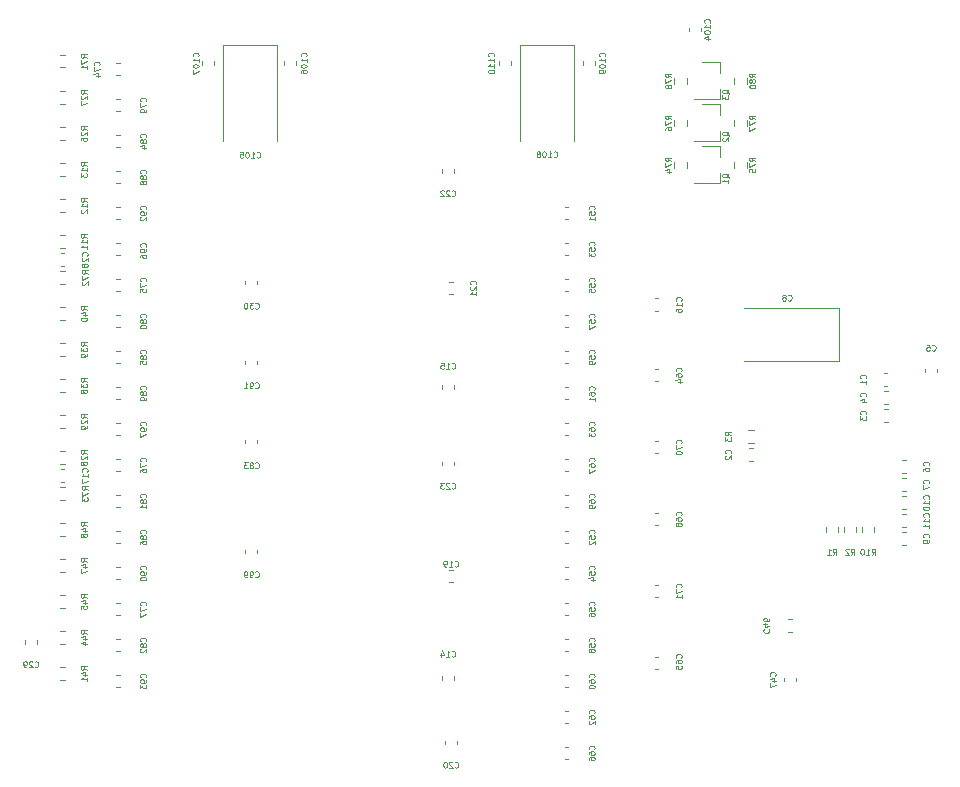
<source format=gbr>
%TF.GenerationSoftware,KiCad,Pcbnew,(5.1.10)-1*%
%TF.CreationDate,2023-09-09T18:40:58-05:00*%
%TF.ProjectId,brs_flight_computer,6272735f-666c-4696-9768-745f636f6d70,A*%
%TF.SameCoordinates,Original*%
%TF.FileFunction,Legend,Bot*%
%TF.FilePolarity,Positive*%
%FSLAX46Y46*%
G04 Gerber Fmt 4.6, Leading zero omitted, Abs format (unit mm)*
G04 Created by KiCad (PCBNEW (5.1.10)-1) date 2023-09-09 18:40:58*
%MOMM*%
%LPD*%
G01*
G04 APERTURE LIST*
%ADD10C,0.120000*%
%ADD11C,0.100000*%
G04 APERTURE END LIST*
D10*
%TO.C,R48*%
X117745742Y-118124500D02*
X118220258Y-118124500D01*
X117745742Y-117079500D02*
X118220258Y-117079500D01*
%TO.C,R47*%
X117745742Y-121172500D02*
X118220258Y-121172500D01*
X117745742Y-120127500D02*
X118220258Y-120127500D01*
%TO.C,R45*%
X117745742Y-124220500D02*
X118220258Y-124220500D01*
X117745742Y-123175500D02*
X118220258Y-123175500D01*
%TO.C,R44*%
X117745742Y-127268500D02*
X118220258Y-127268500D01*
X117745742Y-126223500D02*
X118220258Y-126223500D01*
%TO.C,R41*%
X117745742Y-130316500D02*
X118220258Y-130316500D01*
X117745742Y-129271500D02*
X118220258Y-129271500D01*
%TO.C,R40*%
X117745742Y-99836500D02*
X118220258Y-99836500D01*
X117745742Y-98791500D02*
X118220258Y-98791500D01*
%TO.C,R39*%
X117745742Y-102884500D02*
X118220258Y-102884500D01*
X117745742Y-101839500D02*
X118220258Y-101839500D01*
%TO.C,R38*%
X117745742Y-105932500D02*
X118220258Y-105932500D01*
X117745742Y-104887500D02*
X118220258Y-104887500D01*
%TO.C,R29*%
X117745742Y-108980500D02*
X118220258Y-108980500D01*
X117745742Y-107935500D02*
X118220258Y-107935500D01*
%TO.C,R28*%
X117745742Y-112028500D02*
X118220258Y-112028500D01*
X117745742Y-110983500D02*
X118220258Y-110983500D01*
%TO.C,R27*%
X117745742Y-81548500D02*
X118220258Y-81548500D01*
X117745742Y-80503500D02*
X118220258Y-80503500D01*
%TO.C,R26*%
X117745742Y-84596500D02*
X118220258Y-84596500D01*
X117745742Y-83551500D02*
X118220258Y-83551500D01*
%TO.C,R13*%
X117745742Y-87644500D02*
X118220258Y-87644500D01*
X117745742Y-86599500D02*
X118220258Y-86599500D01*
%TO.C,R12*%
X117745742Y-90692500D02*
X118220258Y-90692500D01*
X117745742Y-89647500D02*
X118220258Y-89647500D01*
%TO.C,R11*%
X117745742Y-93740500D02*
X118220258Y-93740500D01*
X117745742Y-92695500D02*
X118220258Y-92695500D01*
%TO.C,R10*%
X186704500Y-117364742D02*
X186704500Y-117839258D01*
X185659500Y-117364742D02*
X185659500Y-117839258D01*
%TO.C,C30*%
X133475000Y-96569920D02*
X133475000Y-96851080D01*
X134495000Y-96569920D02*
X134495000Y-96851080D01*
%TO.C,C1*%
X187833580Y-104392000D02*
X187552420Y-104392000D01*
X187833580Y-105412000D02*
X187552420Y-105412000D01*
%TO.C,C29*%
X114806000Y-126986420D02*
X114806000Y-127267580D01*
X115826000Y-126986420D02*
X115826000Y-127267580D01*
%TO.C,C28*%
X117842420Y-95252000D02*
X118123580Y-95252000D01*
X117842420Y-94232000D02*
X118123580Y-94232000D01*
%TO.C,C17*%
X117842420Y-113540000D02*
X118123580Y-113540000D01*
X117842420Y-112520000D02*
X118123580Y-112520000D01*
%TO.C,R80*%
X175922200Y-79853558D02*
X175922200Y-79379042D01*
X174877200Y-79853558D02*
X174877200Y-79379042D01*
%TO.C,R78*%
X169797200Y-79379042D02*
X169797200Y-79853558D01*
X170842200Y-79379042D02*
X170842200Y-79853558D01*
%TO.C,R77*%
X175922200Y-83409558D02*
X175922200Y-82935042D01*
X174877200Y-83409558D02*
X174877200Y-82935042D01*
%TO.C,R76*%
X169797200Y-82935042D02*
X169797200Y-83409558D01*
X170842200Y-82935042D02*
X170842200Y-83409558D01*
%TO.C,R75*%
X175922200Y-86965558D02*
X175922200Y-86491042D01*
X174877200Y-86965558D02*
X174877200Y-86491042D01*
%TO.C,R74*%
X169797200Y-86491042D02*
X169797200Y-86965558D01*
X170842200Y-86491042D02*
X170842200Y-86965558D01*
%TO.C,R73*%
X117745742Y-115076500D02*
X118220258Y-115076500D01*
X117745742Y-114031500D02*
X118220258Y-114031500D01*
%TO.C,R72*%
X117745742Y-96788500D02*
X118220258Y-96788500D01*
X117745742Y-95743500D02*
X118220258Y-95743500D01*
%TO.C,R71*%
X117745742Y-78437000D02*
X118220258Y-78437000D01*
X117745742Y-77392000D02*
X118220258Y-77392000D01*
%TO.C,R3*%
X176513258Y-109205500D02*
X176038742Y-109205500D01*
X176513258Y-110250500D02*
X176038742Y-110250500D01*
%TO.C,R2*%
X184135500Y-117364742D02*
X184135500Y-117839258D01*
X185180500Y-117364742D02*
X185180500Y-117839258D01*
%TO.C,R1*%
X182611500Y-117364742D02*
X182611500Y-117839258D01*
X183656500Y-117364742D02*
X183656500Y-117839258D01*
%TO.C,Q3*%
X173635700Y-78036300D02*
X173635700Y-78966300D01*
X173635700Y-81196300D02*
X173635700Y-80266300D01*
X173635700Y-81196300D02*
X171475700Y-81196300D01*
X173635700Y-78036300D02*
X172175700Y-78036300D01*
%TO.C,Q2*%
X173635700Y-81592300D02*
X173635700Y-82522300D01*
X173635700Y-84752300D02*
X173635700Y-83822300D01*
X173635700Y-84752300D02*
X171475700Y-84752300D01*
X173635700Y-81592300D02*
X172175700Y-81592300D01*
%TO.C,Q1*%
X173635700Y-85148300D02*
X173635700Y-86078300D01*
X173635700Y-88308300D02*
X173635700Y-87378300D01*
X173635700Y-88308300D02*
X171475700Y-88308300D01*
X173635700Y-85148300D02*
X172175700Y-85148300D01*
%TO.C,C110*%
X154938000Y-77964420D02*
X154938000Y-78245580D01*
X155958000Y-77964420D02*
X155958000Y-78245580D01*
%TO.C,C109*%
X162050000Y-77964420D02*
X162050000Y-78245580D01*
X163070000Y-77964420D02*
X163070000Y-78245580D01*
%TO.C,C108*%
X156744000Y-84676000D02*
X156744000Y-76616000D01*
X156744000Y-76616000D02*
X161264000Y-76616000D01*
X161264000Y-76616000D02*
X161264000Y-84676000D01*
%TO.C,C107*%
X129792000Y-77964420D02*
X129792000Y-78245580D01*
X130812000Y-77964420D02*
X130812000Y-78245580D01*
%TO.C,C106*%
X136777000Y-77964420D02*
X136777000Y-78245580D01*
X137797000Y-77964420D02*
X137797000Y-78245580D01*
%TO.C,C105*%
X131598000Y-84676000D02*
X131598000Y-76616000D01*
X131598000Y-76616000D02*
X136118000Y-76616000D01*
X136118000Y-76616000D02*
X136118000Y-84676000D01*
%TO.C,C104*%
X171067000Y-75106920D02*
X171067000Y-75388080D01*
X172087000Y-75106920D02*
X172087000Y-75388080D01*
%TO.C,C99*%
X133475000Y-119302920D02*
X133475000Y-119584080D01*
X134495000Y-119302920D02*
X134495000Y-119584080D01*
%TO.C,C97*%
X122822580Y-108583000D02*
X122541420Y-108583000D01*
X122822580Y-109603000D02*
X122541420Y-109603000D01*
%TO.C,C96*%
X122822580Y-93343000D02*
X122541420Y-93343000D01*
X122822580Y-94363000D02*
X122541420Y-94363000D01*
%TO.C,C93*%
X122822580Y-129919000D02*
X122541420Y-129919000D01*
X122822580Y-130939000D02*
X122541420Y-130939000D01*
%TO.C,C92*%
X122835580Y-90295000D02*
X122554420Y-90295000D01*
X122835580Y-91315000D02*
X122554420Y-91315000D01*
%TO.C,C91*%
X133475000Y-103300920D02*
X133475000Y-103582080D01*
X134495000Y-103300920D02*
X134495000Y-103582080D01*
%TO.C,C90*%
X122822580Y-120775000D02*
X122541420Y-120775000D01*
X122822580Y-121795000D02*
X122541420Y-121795000D01*
%TO.C,C89*%
X122822580Y-105535000D02*
X122541420Y-105535000D01*
X122822580Y-106555000D02*
X122541420Y-106555000D01*
%TO.C,C88*%
X122822580Y-87247000D02*
X122541420Y-87247000D01*
X122822580Y-88267000D02*
X122541420Y-88267000D01*
%TO.C,C86*%
X122822580Y-117727000D02*
X122541420Y-117727000D01*
X122822580Y-118747000D02*
X122541420Y-118747000D01*
%TO.C,C85*%
X122822580Y-102487000D02*
X122541420Y-102487000D01*
X122822580Y-103507000D02*
X122541420Y-103507000D01*
%TO.C,C84*%
X122822580Y-84199000D02*
X122541420Y-84199000D01*
X122822580Y-85219000D02*
X122541420Y-85219000D01*
%TO.C,C83*%
X133475000Y-110031920D02*
X133475000Y-110313080D01*
X134495000Y-110031920D02*
X134495000Y-110313080D01*
%TO.C,C82*%
X122822580Y-126871000D02*
X122541420Y-126871000D01*
X122822580Y-127891000D02*
X122541420Y-127891000D01*
%TO.C,C81*%
X122822580Y-114679000D02*
X122541420Y-114679000D01*
X122822580Y-115699000D02*
X122541420Y-115699000D01*
%TO.C,C80*%
X122822580Y-99439000D02*
X122541420Y-99439000D01*
X122822580Y-100459000D02*
X122541420Y-100459000D01*
%TO.C,C79*%
X122822580Y-81151000D02*
X122541420Y-81151000D01*
X122822580Y-82171000D02*
X122541420Y-82171000D01*
%TO.C,C77*%
X122822580Y-123823000D02*
X122541420Y-123823000D01*
X122822580Y-124843000D02*
X122541420Y-124843000D01*
%TO.C,C76*%
X122822580Y-111631000D02*
X122541420Y-111631000D01*
X122822580Y-112651000D02*
X122541420Y-112651000D01*
%TO.C,C75*%
X122822580Y-96391000D02*
X122541420Y-96391000D01*
X122822580Y-97411000D02*
X122541420Y-97411000D01*
%TO.C,C74*%
X122822580Y-78103000D02*
X122541420Y-78103000D01*
X122822580Y-79123000D02*
X122541420Y-79123000D01*
%TO.C,C71*%
X168134420Y-123319000D02*
X168415580Y-123319000D01*
X168134420Y-122299000D02*
X168415580Y-122299000D01*
%TO.C,C70*%
X168134420Y-111127000D02*
X168415580Y-111127000D01*
X168134420Y-110107000D02*
X168415580Y-110107000D01*
%TO.C,C69*%
X160795580Y-114679000D02*
X160514420Y-114679000D01*
X160795580Y-115699000D02*
X160514420Y-115699000D01*
%TO.C,C68*%
X168134420Y-117223000D02*
X168415580Y-117223000D01*
X168134420Y-116203000D02*
X168415580Y-116203000D01*
%TO.C,C67*%
X160795580Y-111631000D02*
X160514420Y-111631000D01*
X160795580Y-112651000D02*
X160514420Y-112651000D01*
%TO.C,C66*%
X160795580Y-136015000D02*
X160514420Y-136015000D01*
X160795580Y-137035000D02*
X160514420Y-137035000D01*
%TO.C,C65*%
X168134420Y-129415000D02*
X168415580Y-129415000D01*
X168134420Y-128395000D02*
X168415580Y-128395000D01*
%TO.C,C64*%
X168134420Y-105031000D02*
X168415580Y-105031000D01*
X168134420Y-104011000D02*
X168415580Y-104011000D01*
%TO.C,C63*%
X160795580Y-108583000D02*
X160514420Y-108583000D01*
X160795580Y-109603000D02*
X160514420Y-109603000D01*
%TO.C,C62*%
X160795580Y-132967000D02*
X160514420Y-132967000D01*
X160795580Y-133987000D02*
X160514420Y-133987000D01*
%TO.C,C61*%
X160795580Y-105535000D02*
X160514420Y-105535000D01*
X160795580Y-106555000D02*
X160514420Y-106555000D01*
%TO.C,C60*%
X160795580Y-129919000D02*
X160514420Y-129919000D01*
X160795580Y-130939000D02*
X160514420Y-130939000D01*
%TO.C,C59*%
X160795580Y-102487000D02*
X160514420Y-102487000D01*
X160795580Y-103507000D02*
X160514420Y-103507000D01*
%TO.C,C58*%
X160795580Y-126871000D02*
X160514420Y-126871000D01*
X160795580Y-127891000D02*
X160514420Y-127891000D01*
%TO.C,C57*%
X160795580Y-99439000D02*
X160514420Y-99439000D01*
X160795580Y-100459000D02*
X160514420Y-100459000D01*
%TO.C,C56*%
X160795580Y-123823000D02*
X160514420Y-123823000D01*
X160795580Y-124843000D02*
X160514420Y-124843000D01*
%TO.C,C55*%
X160795580Y-96391000D02*
X160514420Y-96391000D01*
X160795580Y-97411000D02*
X160514420Y-97411000D01*
%TO.C,C54*%
X160795580Y-120775000D02*
X160514420Y-120775000D01*
X160795580Y-121795000D02*
X160514420Y-121795000D01*
%TO.C,C53*%
X160795580Y-93343000D02*
X160514420Y-93343000D01*
X160795580Y-94363000D02*
X160514420Y-94363000D01*
%TO.C,C52*%
X160795580Y-117727000D02*
X160514420Y-117727000D01*
X160795580Y-118747000D02*
X160514420Y-118747000D01*
%TO.C,C51*%
X160795580Y-90295000D02*
X160514420Y-90295000D01*
X160795580Y-91315000D02*
X160514420Y-91315000D01*
%TO.C,C47*%
X179068000Y-130161420D02*
X179068000Y-130442580D01*
X180088000Y-130161420D02*
X180088000Y-130442580D01*
%TO.C,C46*%
X179437420Y-126240000D02*
X179718580Y-126240000D01*
X179437420Y-125220000D02*
X179718580Y-125220000D01*
%TO.C,C23*%
X150112000Y-111873420D02*
X150112000Y-112154580D01*
X151132000Y-111873420D02*
X151132000Y-112154580D01*
%TO.C,C22*%
X150112000Y-87108420D02*
X150112000Y-87389580D01*
X151132000Y-87108420D02*
X151132000Y-87389580D01*
%TO.C,C21*%
X151016580Y-96645000D02*
X150735420Y-96645000D01*
X151016580Y-97665000D02*
X150735420Y-97665000D01*
%TO.C,C20*%
X151386000Y-135776580D02*
X151386000Y-135495420D01*
X150366000Y-135776580D02*
X150366000Y-135495420D01*
%TO.C,C19*%
X151016580Y-121029000D02*
X150735420Y-121029000D01*
X151016580Y-122049000D02*
X150735420Y-122049000D01*
%TO.C,C16*%
X168134420Y-99062000D02*
X168415580Y-99062000D01*
X168134420Y-98042000D02*
X168415580Y-98042000D01*
%TO.C,C15*%
X151132000Y-105396420D02*
X151132000Y-105677580D01*
X150112000Y-105396420D02*
X150112000Y-105677580D01*
%TO.C,C14*%
X150112000Y-130034420D02*
X150112000Y-130315580D01*
X151132000Y-130034420D02*
X151132000Y-130315580D01*
%TO.C,C11*%
X189370580Y-116330000D02*
X189089420Y-116330000D01*
X189370580Y-117350000D02*
X189089420Y-117350000D01*
%TO.C,C10*%
X189370580Y-114806000D02*
X189089420Y-114806000D01*
X189370580Y-115826000D02*
X189089420Y-115826000D01*
%TO.C,C9*%
X189370580Y-117854000D02*
X189089420Y-117854000D01*
X189370580Y-118874000D02*
X189089420Y-118874000D01*
%TO.C,C8*%
X175674000Y-98832000D02*
X183734000Y-98832000D01*
X183734000Y-98832000D02*
X183734000Y-103352000D01*
X183734000Y-103352000D02*
X175674000Y-103352000D01*
%TO.C,C7*%
X189089420Y-114302000D02*
X189370580Y-114302000D01*
X189089420Y-113282000D02*
X189370580Y-113282000D01*
%TO.C,C6*%
X189089420Y-112778000D02*
X189370580Y-112778000D01*
X189089420Y-111758000D02*
X189370580Y-111758000D01*
%TO.C,C5*%
X192026000Y-104280580D02*
X192026000Y-103999420D01*
X191006000Y-104280580D02*
X191006000Y-103999420D01*
%TO.C,C4*%
X187846580Y-105916000D02*
X187565420Y-105916000D01*
X187846580Y-106936000D02*
X187565420Y-106936000D01*
%TO.C,C3*%
X187846580Y-107440000D02*
X187565420Y-107440000D01*
X187846580Y-108460000D02*
X187565420Y-108460000D01*
%TO.C,C2*%
X176135420Y-111762000D02*
X176416580Y-111762000D01*
X176135420Y-110742000D02*
X176416580Y-110742000D01*
%TO.C,R48*%
D11*
X120050690Y-117280571D02*
X119812595Y-117113904D01*
X120050690Y-116994857D02*
X119550690Y-116994857D01*
X119550690Y-117185333D01*
X119574500Y-117232952D01*
X119598309Y-117256761D01*
X119645928Y-117280571D01*
X119717357Y-117280571D01*
X119764976Y-117256761D01*
X119788785Y-117232952D01*
X119812595Y-117185333D01*
X119812595Y-116994857D01*
X119717357Y-117709142D02*
X120050690Y-117709142D01*
X119526880Y-117590095D02*
X119884023Y-117471047D01*
X119884023Y-117780571D01*
X119764976Y-118042476D02*
X119741166Y-117994857D01*
X119717357Y-117971047D01*
X119669738Y-117947238D01*
X119645928Y-117947238D01*
X119598309Y-117971047D01*
X119574500Y-117994857D01*
X119550690Y-118042476D01*
X119550690Y-118137714D01*
X119574500Y-118185333D01*
X119598309Y-118209142D01*
X119645928Y-118232952D01*
X119669738Y-118232952D01*
X119717357Y-118209142D01*
X119741166Y-118185333D01*
X119764976Y-118137714D01*
X119764976Y-118042476D01*
X119788785Y-117994857D01*
X119812595Y-117971047D01*
X119860214Y-117947238D01*
X119955452Y-117947238D01*
X120003071Y-117971047D01*
X120026880Y-117994857D01*
X120050690Y-118042476D01*
X120050690Y-118137714D01*
X120026880Y-118185333D01*
X120003071Y-118209142D01*
X119955452Y-118232952D01*
X119860214Y-118232952D01*
X119812595Y-118209142D01*
X119788785Y-118185333D01*
X119764976Y-118137714D01*
%TO.C,R47*%
X120050690Y-120328571D02*
X119812595Y-120161904D01*
X120050690Y-120042857D02*
X119550690Y-120042857D01*
X119550690Y-120233333D01*
X119574500Y-120280952D01*
X119598309Y-120304761D01*
X119645928Y-120328571D01*
X119717357Y-120328571D01*
X119764976Y-120304761D01*
X119788785Y-120280952D01*
X119812595Y-120233333D01*
X119812595Y-120042857D01*
X119717357Y-120757142D02*
X120050690Y-120757142D01*
X119526880Y-120638095D02*
X119884023Y-120519047D01*
X119884023Y-120828571D01*
X119550690Y-120971428D02*
X119550690Y-121304761D01*
X120050690Y-121090476D01*
%TO.C,R45*%
X120050690Y-123376571D02*
X119812595Y-123209904D01*
X120050690Y-123090857D02*
X119550690Y-123090857D01*
X119550690Y-123281333D01*
X119574500Y-123328952D01*
X119598309Y-123352761D01*
X119645928Y-123376571D01*
X119717357Y-123376571D01*
X119764976Y-123352761D01*
X119788785Y-123328952D01*
X119812595Y-123281333D01*
X119812595Y-123090857D01*
X119717357Y-123805142D02*
X120050690Y-123805142D01*
X119526880Y-123686095D02*
X119884023Y-123567047D01*
X119884023Y-123876571D01*
X119550690Y-124305142D02*
X119550690Y-124067047D01*
X119788785Y-124043238D01*
X119764976Y-124067047D01*
X119741166Y-124114666D01*
X119741166Y-124233714D01*
X119764976Y-124281333D01*
X119788785Y-124305142D01*
X119836404Y-124328952D01*
X119955452Y-124328952D01*
X120003071Y-124305142D01*
X120026880Y-124281333D01*
X120050690Y-124233714D01*
X120050690Y-124114666D01*
X120026880Y-124067047D01*
X120003071Y-124043238D01*
%TO.C,R44*%
X120050690Y-126424571D02*
X119812595Y-126257904D01*
X120050690Y-126138857D02*
X119550690Y-126138857D01*
X119550690Y-126329333D01*
X119574500Y-126376952D01*
X119598309Y-126400761D01*
X119645928Y-126424571D01*
X119717357Y-126424571D01*
X119764976Y-126400761D01*
X119788785Y-126376952D01*
X119812595Y-126329333D01*
X119812595Y-126138857D01*
X119717357Y-126853142D02*
X120050690Y-126853142D01*
X119526880Y-126734095D02*
X119884023Y-126615047D01*
X119884023Y-126924571D01*
X119717357Y-127329333D02*
X120050690Y-127329333D01*
X119526880Y-127210285D02*
X119884023Y-127091238D01*
X119884023Y-127400761D01*
%TO.C,R41*%
X120050690Y-129472571D02*
X119812595Y-129305904D01*
X120050690Y-129186857D02*
X119550690Y-129186857D01*
X119550690Y-129377333D01*
X119574500Y-129424952D01*
X119598309Y-129448761D01*
X119645928Y-129472571D01*
X119717357Y-129472571D01*
X119764976Y-129448761D01*
X119788785Y-129424952D01*
X119812595Y-129377333D01*
X119812595Y-129186857D01*
X119717357Y-129901142D02*
X120050690Y-129901142D01*
X119526880Y-129782095D02*
X119884023Y-129663047D01*
X119884023Y-129972571D01*
X120050690Y-130424952D02*
X120050690Y-130139238D01*
X120050690Y-130282095D02*
X119550690Y-130282095D01*
X119622119Y-130234476D01*
X119669738Y-130186857D01*
X119693547Y-130139238D01*
%TO.C,R40*%
X120050690Y-98992571D02*
X119812595Y-98825904D01*
X120050690Y-98706857D02*
X119550690Y-98706857D01*
X119550690Y-98897333D01*
X119574500Y-98944952D01*
X119598309Y-98968761D01*
X119645928Y-98992571D01*
X119717357Y-98992571D01*
X119764976Y-98968761D01*
X119788785Y-98944952D01*
X119812595Y-98897333D01*
X119812595Y-98706857D01*
X119717357Y-99421142D02*
X120050690Y-99421142D01*
X119526880Y-99302095D02*
X119884023Y-99183047D01*
X119884023Y-99492571D01*
X119550690Y-99778285D02*
X119550690Y-99825904D01*
X119574500Y-99873523D01*
X119598309Y-99897333D01*
X119645928Y-99921142D01*
X119741166Y-99944952D01*
X119860214Y-99944952D01*
X119955452Y-99921142D01*
X120003071Y-99897333D01*
X120026880Y-99873523D01*
X120050690Y-99825904D01*
X120050690Y-99778285D01*
X120026880Y-99730666D01*
X120003071Y-99706857D01*
X119955452Y-99683047D01*
X119860214Y-99659238D01*
X119741166Y-99659238D01*
X119645928Y-99683047D01*
X119598309Y-99706857D01*
X119574500Y-99730666D01*
X119550690Y-99778285D01*
%TO.C,R39*%
X120050690Y-102040571D02*
X119812595Y-101873904D01*
X120050690Y-101754857D02*
X119550690Y-101754857D01*
X119550690Y-101945333D01*
X119574500Y-101992952D01*
X119598309Y-102016761D01*
X119645928Y-102040571D01*
X119717357Y-102040571D01*
X119764976Y-102016761D01*
X119788785Y-101992952D01*
X119812595Y-101945333D01*
X119812595Y-101754857D01*
X119550690Y-102207238D02*
X119550690Y-102516761D01*
X119741166Y-102350095D01*
X119741166Y-102421523D01*
X119764976Y-102469142D01*
X119788785Y-102492952D01*
X119836404Y-102516761D01*
X119955452Y-102516761D01*
X120003071Y-102492952D01*
X120026880Y-102469142D01*
X120050690Y-102421523D01*
X120050690Y-102278666D01*
X120026880Y-102231047D01*
X120003071Y-102207238D01*
X120050690Y-102754857D02*
X120050690Y-102850095D01*
X120026880Y-102897714D01*
X120003071Y-102921523D01*
X119931642Y-102969142D01*
X119836404Y-102992952D01*
X119645928Y-102992952D01*
X119598309Y-102969142D01*
X119574500Y-102945333D01*
X119550690Y-102897714D01*
X119550690Y-102802476D01*
X119574500Y-102754857D01*
X119598309Y-102731047D01*
X119645928Y-102707238D01*
X119764976Y-102707238D01*
X119812595Y-102731047D01*
X119836404Y-102754857D01*
X119860214Y-102802476D01*
X119860214Y-102897714D01*
X119836404Y-102945333D01*
X119812595Y-102969142D01*
X119764976Y-102992952D01*
%TO.C,R38*%
X120050690Y-105088571D02*
X119812595Y-104921904D01*
X120050690Y-104802857D02*
X119550690Y-104802857D01*
X119550690Y-104993333D01*
X119574500Y-105040952D01*
X119598309Y-105064761D01*
X119645928Y-105088571D01*
X119717357Y-105088571D01*
X119764976Y-105064761D01*
X119788785Y-105040952D01*
X119812595Y-104993333D01*
X119812595Y-104802857D01*
X119550690Y-105255238D02*
X119550690Y-105564761D01*
X119741166Y-105398095D01*
X119741166Y-105469523D01*
X119764976Y-105517142D01*
X119788785Y-105540952D01*
X119836404Y-105564761D01*
X119955452Y-105564761D01*
X120003071Y-105540952D01*
X120026880Y-105517142D01*
X120050690Y-105469523D01*
X120050690Y-105326666D01*
X120026880Y-105279047D01*
X120003071Y-105255238D01*
X119764976Y-105850476D02*
X119741166Y-105802857D01*
X119717357Y-105779047D01*
X119669738Y-105755238D01*
X119645928Y-105755238D01*
X119598309Y-105779047D01*
X119574500Y-105802857D01*
X119550690Y-105850476D01*
X119550690Y-105945714D01*
X119574500Y-105993333D01*
X119598309Y-106017142D01*
X119645928Y-106040952D01*
X119669738Y-106040952D01*
X119717357Y-106017142D01*
X119741166Y-105993333D01*
X119764976Y-105945714D01*
X119764976Y-105850476D01*
X119788785Y-105802857D01*
X119812595Y-105779047D01*
X119860214Y-105755238D01*
X119955452Y-105755238D01*
X120003071Y-105779047D01*
X120026880Y-105802857D01*
X120050690Y-105850476D01*
X120050690Y-105945714D01*
X120026880Y-105993333D01*
X120003071Y-106017142D01*
X119955452Y-106040952D01*
X119860214Y-106040952D01*
X119812595Y-106017142D01*
X119788785Y-105993333D01*
X119764976Y-105945714D01*
%TO.C,R29*%
X120050690Y-108136571D02*
X119812595Y-107969904D01*
X120050690Y-107850857D02*
X119550690Y-107850857D01*
X119550690Y-108041333D01*
X119574500Y-108088952D01*
X119598309Y-108112761D01*
X119645928Y-108136571D01*
X119717357Y-108136571D01*
X119764976Y-108112761D01*
X119788785Y-108088952D01*
X119812595Y-108041333D01*
X119812595Y-107850857D01*
X119598309Y-108327047D02*
X119574500Y-108350857D01*
X119550690Y-108398476D01*
X119550690Y-108517523D01*
X119574500Y-108565142D01*
X119598309Y-108588952D01*
X119645928Y-108612761D01*
X119693547Y-108612761D01*
X119764976Y-108588952D01*
X120050690Y-108303238D01*
X120050690Y-108612761D01*
X120050690Y-108850857D02*
X120050690Y-108946095D01*
X120026880Y-108993714D01*
X120003071Y-109017523D01*
X119931642Y-109065142D01*
X119836404Y-109088952D01*
X119645928Y-109088952D01*
X119598309Y-109065142D01*
X119574500Y-109041333D01*
X119550690Y-108993714D01*
X119550690Y-108898476D01*
X119574500Y-108850857D01*
X119598309Y-108827047D01*
X119645928Y-108803238D01*
X119764976Y-108803238D01*
X119812595Y-108827047D01*
X119836404Y-108850857D01*
X119860214Y-108898476D01*
X119860214Y-108993714D01*
X119836404Y-109041333D01*
X119812595Y-109065142D01*
X119764976Y-109088952D01*
%TO.C,R28*%
X120050690Y-111184571D02*
X119812595Y-111017904D01*
X120050690Y-110898857D02*
X119550690Y-110898857D01*
X119550690Y-111089333D01*
X119574500Y-111136952D01*
X119598309Y-111160761D01*
X119645928Y-111184571D01*
X119717357Y-111184571D01*
X119764976Y-111160761D01*
X119788785Y-111136952D01*
X119812595Y-111089333D01*
X119812595Y-110898857D01*
X119598309Y-111375047D02*
X119574500Y-111398857D01*
X119550690Y-111446476D01*
X119550690Y-111565523D01*
X119574500Y-111613142D01*
X119598309Y-111636952D01*
X119645928Y-111660761D01*
X119693547Y-111660761D01*
X119764976Y-111636952D01*
X120050690Y-111351238D01*
X120050690Y-111660761D01*
X119764976Y-111946476D02*
X119741166Y-111898857D01*
X119717357Y-111875047D01*
X119669738Y-111851238D01*
X119645928Y-111851238D01*
X119598309Y-111875047D01*
X119574500Y-111898857D01*
X119550690Y-111946476D01*
X119550690Y-112041714D01*
X119574500Y-112089333D01*
X119598309Y-112113142D01*
X119645928Y-112136952D01*
X119669738Y-112136952D01*
X119717357Y-112113142D01*
X119741166Y-112089333D01*
X119764976Y-112041714D01*
X119764976Y-111946476D01*
X119788785Y-111898857D01*
X119812595Y-111875047D01*
X119860214Y-111851238D01*
X119955452Y-111851238D01*
X120003071Y-111875047D01*
X120026880Y-111898857D01*
X120050690Y-111946476D01*
X120050690Y-112041714D01*
X120026880Y-112089333D01*
X120003071Y-112113142D01*
X119955452Y-112136952D01*
X119860214Y-112136952D01*
X119812595Y-112113142D01*
X119788785Y-112089333D01*
X119764976Y-112041714D01*
%TO.C,R27*%
X120050690Y-80704571D02*
X119812595Y-80537904D01*
X120050690Y-80418857D02*
X119550690Y-80418857D01*
X119550690Y-80609333D01*
X119574500Y-80656952D01*
X119598309Y-80680761D01*
X119645928Y-80704571D01*
X119717357Y-80704571D01*
X119764976Y-80680761D01*
X119788785Y-80656952D01*
X119812595Y-80609333D01*
X119812595Y-80418857D01*
X119598309Y-80895047D02*
X119574500Y-80918857D01*
X119550690Y-80966476D01*
X119550690Y-81085523D01*
X119574500Y-81133142D01*
X119598309Y-81156952D01*
X119645928Y-81180761D01*
X119693547Y-81180761D01*
X119764976Y-81156952D01*
X120050690Y-80871238D01*
X120050690Y-81180761D01*
X119550690Y-81347428D02*
X119550690Y-81680761D01*
X120050690Y-81466476D01*
%TO.C,R26*%
X120050690Y-83752571D02*
X119812595Y-83585904D01*
X120050690Y-83466857D02*
X119550690Y-83466857D01*
X119550690Y-83657333D01*
X119574500Y-83704952D01*
X119598309Y-83728761D01*
X119645928Y-83752571D01*
X119717357Y-83752571D01*
X119764976Y-83728761D01*
X119788785Y-83704952D01*
X119812595Y-83657333D01*
X119812595Y-83466857D01*
X119598309Y-83943047D02*
X119574500Y-83966857D01*
X119550690Y-84014476D01*
X119550690Y-84133523D01*
X119574500Y-84181142D01*
X119598309Y-84204952D01*
X119645928Y-84228761D01*
X119693547Y-84228761D01*
X119764976Y-84204952D01*
X120050690Y-83919238D01*
X120050690Y-84228761D01*
X119550690Y-84657333D02*
X119550690Y-84562095D01*
X119574500Y-84514476D01*
X119598309Y-84490666D01*
X119669738Y-84443047D01*
X119764976Y-84419238D01*
X119955452Y-84419238D01*
X120003071Y-84443047D01*
X120026880Y-84466857D01*
X120050690Y-84514476D01*
X120050690Y-84609714D01*
X120026880Y-84657333D01*
X120003071Y-84681142D01*
X119955452Y-84704952D01*
X119836404Y-84704952D01*
X119788785Y-84681142D01*
X119764976Y-84657333D01*
X119741166Y-84609714D01*
X119741166Y-84514476D01*
X119764976Y-84466857D01*
X119788785Y-84443047D01*
X119836404Y-84419238D01*
%TO.C,R13*%
X120050690Y-86800571D02*
X119812595Y-86633904D01*
X120050690Y-86514857D02*
X119550690Y-86514857D01*
X119550690Y-86705333D01*
X119574500Y-86752952D01*
X119598309Y-86776761D01*
X119645928Y-86800571D01*
X119717357Y-86800571D01*
X119764976Y-86776761D01*
X119788785Y-86752952D01*
X119812595Y-86705333D01*
X119812595Y-86514857D01*
X120050690Y-87276761D02*
X120050690Y-86991047D01*
X120050690Y-87133904D02*
X119550690Y-87133904D01*
X119622119Y-87086285D01*
X119669738Y-87038666D01*
X119693547Y-86991047D01*
X119550690Y-87443428D02*
X119550690Y-87752952D01*
X119741166Y-87586285D01*
X119741166Y-87657714D01*
X119764976Y-87705333D01*
X119788785Y-87729142D01*
X119836404Y-87752952D01*
X119955452Y-87752952D01*
X120003071Y-87729142D01*
X120026880Y-87705333D01*
X120050690Y-87657714D01*
X120050690Y-87514857D01*
X120026880Y-87467238D01*
X120003071Y-87443428D01*
%TO.C,R12*%
X120050690Y-89848571D02*
X119812595Y-89681904D01*
X120050690Y-89562857D02*
X119550690Y-89562857D01*
X119550690Y-89753333D01*
X119574500Y-89800952D01*
X119598309Y-89824761D01*
X119645928Y-89848571D01*
X119717357Y-89848571D01*
X119764976Y-89824761D01*
X119788785Y-89800952D01*
X119812595Y-89753333D01*
X119812595Y-89562857D01*
X120050690Y-90324761D02*
X120050690Y-90039047D01*
X120050690Y-90181904D02*
X119550690Y-90181904D01*
X119622119Y-90134285D01*
X119669738Y-90086666D01*
X119693547Y-90039047D01*
X119598309Y-90515238D02*
X119574500Y-90539047D01*
X119550690Y-90586666D01*
X119550690Y-90705714D01*
X119574500Y-90753333D01*
X119598309Y-90777142D01*
X119645928Y-90800952D01*
X119693547Y-90800952D01*
X119764976Y-90777142D01*
X120050690Y-90491428D01*
X120050690Y-90800952D01*
%TO.C,R11*%
X120050690Y-92896571D02*
X119812595Y-92729904D01*
X120050690Y-92610857D02*
X119550690Y-92610857D01*
X119550690Y-92801333D01*
X119574500Y-92848952D01*
X119598309Y-92872761D01*
X119645928Y-92896571D01*
X119717357Y-92896571D01*
X119764976Y-92872761D01*
X119788785Y-92848952D01*
X119812595Y-92801333D01*
X119812595Y-92610857D01*
X120050690Y-93372761D02*
X120050690Y-93087047D01*
X120050690Y-93229904D02*
X119550690Y-93229904D01*
X119622119Y-93182285D01*
X119669738Y-93134666D01*
X119693547Y-93087047D01*
X120050690Y-93848952D02*
X120050690Y-93563238D01*
X120050690Y-93706095D02*
X119550690Y-93706095D01*
X119622119Y-93658476D01*
X119669738Y-93610857D01*
X119693547Y-93563238D01*
%TO.C,R10*%
X186503428Y-119733190D02*
X186670095Y-119495095D01*
X186789142Y-119733190D02*
X186789142Y-119233190D01*
X186598666Y-119233190D01*
X186551047Y-119257000D01*
X186527238Y-119280809D01*
X186503428Y-119328428D01*
X186503428Y-119399857D01*
X186527238Y-119447476D01*
X186551047Y-119471285D01*
X186598666Y-119495095D01*
X186789142Y-119495095D01*
X186027238Y-119733190D02*
X186312952Y-119733190D01*
X186170095Y-119733190D02*
X186170095Y-119233190D01*
X186217714Y-119304619D01*
X186265333Y-119352238D01*
X186312952Y-119376047D01*
X185717714Y-119233190D02*
X185670095Y-119233190D01*
X185622476Y-119257000D01*
X185598666Y-119280809D01*
X185574857Y-119328428D01*
X185551047Y-119423666D01*
X185551047Y-119542714D01*
X185574857Y-119637952D01*
X185598666Y-119685571D01*
X185622476Y-119709380D01*
X185670095Y-119733190D01*
X185717714Y-119733190D01*
X185765333Y-119709380D01*
X185789142Y-119685571D01*
X185812952Y-119637952D01*
X185836761Y-119542714D01*
X185836761Y-119423666D01*
X185812952Y-119328428D01*
X185789142Y-119280809D01*
X185765333Y-119257000D01*
X185717714Y-119233190D01*
%TO.C,C30*%
X134306428Y-98857571D02*
X134330238Y-98881380D01*
X134401666Y-98905190D01*
X134449285Y-98905190D01*
X134520714Y-98881380D01*
X134568333Y-98833761D01*
X134592142Y-98786142D01*
X134615952Y-98690904D01*
X134615952Y-98619476D01*
X134592142Y-98524238D01*
X134568333Y-98476619D01*
X134520714Y-98429000D01*
X134449285Y-98405190D01*
X134401666Y-98405190D01*
X134330238Y-98429000D01*
X134306428Y-98452809D01*
X134139761Y-98405190D02*
X133830238Y-98405190D01*
X133996904Y-98595666D01*
X133925476Y-98595666D01*
X133877857Y-98619476D01*
X133854047Y-98643285D01*
X133830238Y-98690904D01*
X133830238Y-98809952D01*
X133854047Y-98857571D01*
X133877857Y-98881380D01*
X133925476Y-98905190D01*
X134068333Y-98905190D01*
X134115952Y-98881380D01*
X134139761Y-98857571D01*
X133520714Y-98405190D02*
X133473095Y-98405190D01*
X133425476Y-98429000D01*
X133401666Y-98452809D01*
X133377857Y-98500428D01*
X133354047Y-98595666D01*
X133354047Y-98714714D01*
X133377857Y-98809952D01*
X133401666Y-98857571D01*
X133425476Y-98881380D01*
X133473095Y-98905190D01*
X133520714Y-98905190D01*
X133568333Y-98881380D01*
X133592142Y-98857571D01*
X133615952Y-98809952D01*
X133639761Y-98714714D01*
X133639761Y-98595666D01*
X133615952Y-98500428D01*
X133592142Y-98452809D01*
X133568333Y-98429000D01*
X133520714Y-98405190D01*
%TO.C,C1*%
X185979571Y-104818666D02*
X186003380Y-104794857D01*
X186027190Y-104723428D01*
X186027190Y-104675809D01*
X186003380Y-104604380D01*
X185955761Y-104556761D01*
X185908142Y-104532952D01*
X185812904Y-104509142D01*
X185741476Y-104509142D01*
X185646238Y-104532952D01*
X185598619Y-104556761D01*
X185551000Y-104604380D01*
X185527190Y-104675809D01*
X185527190Y-104723428D01*
X185551000Y-104794857D01*
X185574809Y-104818666D01*
X186027190Y-105294857D02*
X186027190Y-105009142D01*
X186027190Y-105152000D02*
X185527190Y-105152000D01*
X185598619Y-105104380D01*
X185646238Y-105056761D01*
X185670047Y-105009142D01*
%TO.C,C29*%
X115637428Y-129210571D02*
X115661238Y-129234380D01*
X115732666Y-129258190D01*
X115780285Y-129258190D01*
X115851714Y-129234380D01*
X115899333Y-129186761D01*
X115923142Y-129139142D01*
X115946952Y-129043904D01*
X115946952Y-128972476D01*
X115923142Y-128877238D01*
X115899333Y-128829619D01*
X115851714Y-128782000D01*
X115780285Y-128758190D01*
X115732666Y-128758190D01*
X115661238Y-128782000D01*
X115637428Y-128805809D01*
X115446952Y-128805809D02*
X115423142Y-128782000D01*
X115375523Y-128758190D01*
X115256476Y-128758190D01*
X115208857Y-128782000D01*
X115185047Y-128805809D01*
X115161238Y-128853428D01*
X115161238Y-128901047D01*
X115185047Y-128972476D01*
X115470761Y-129258190D01*
X115161238Y-129258190D01*
X114923142Y-129258190D02*
X114827904Y-129258190D01*
X114780285Y-129234380D01*
X114756476Y-129210571D01*
X114708857Y-129139142D01*
X114685047Y-129043904D01*
X114685047Y-128853428D01*
X114708857Y-128805809D01*
X114732666Y-128782000D01*
X114780285Y-128758190D01*
X114875523Y-128758190D01*
X114923142Y-128782000D01*
X114946952Y-128805809D01*
X114970761Y-128853428D01*
X114970761Y-128972476D01*
X114946952Y-129020095D01*
X114923142Y-129043904D01*
X114875523Y-129067714D01*
X114780285Y-129067714D01*
X114732666Y-129043904D01*
X114708857Y-129020095D01*
X114685047Y-128972476D01*
%TO.C,C28*%
X120066571Y-94420571D02*
X120090380Y-94396761D01*
X120114190Y-94325333D01*
X120114190Y-94277714D01*
X120090380Y-94206285D01*
X120042761Y-94158666D01*
X119995142Y-94134857D01*
X119899904Y-94111047D01*
X119828476Y-94111047D01*
X119733238Y-94134857D01*
X119685619Y-94158666D01*
X119638000Y-94206285D01*
X119614190Y-94277714D01*
X119614190Y-94325333D01*
X119638000Y-94396761D01*
X119661809Y-94420571D01*
X119661809Y-94611047D02*
X119638000Y-94634857D01*
X119614190Y-94682476D01*
X119614190Y-94801523D01*
X119638000Y-94849142D01*
X119661809Y-94872952D01*
X119709428Y-94896761D01*
X119757047Y-94896761D01*
X119828476Y-94872952D01*
X120114190Y-94587238D01*
X120114190Y-94896761D01*
X119828476Y-95182476D02*
X119804666Y-95134857D01*
X119780857Y-95111047D01*
X119733238Y-95087238D01*
X119709428Y-95087238D01*
X119661809Y-95111047D01*
X119638000Y-95134857D01*
X119614190Y-95182476D01*
X119614190Y-95277714D01*
X119638000Y-95325333D01*
X119661809Y-95349142D01*
X119709428Y-95372952D01*
X119733238Y-95372952D01*
X119780857Y-95349142D01*
X119804666Y-95325333D01*
X119828476Y-95277714D01*
X119828476Y-95182476D01*
X119852285Y-95134857D01*
X119876095Y-95111047D01*
X119923714Y-95087238D01*
X120018952Y-95087238D01*
X120066571Y-95111047D01*
X120090380Y-95134857D01*
X120114190Y-95182476D01*
X120114190Y-95277714D01*
X120090380Y-95325333D01*
X120066571Y-95349142D01*
X120018952Y-95372952D01*
X119923714Y-95372952D01*
X119876095Y-95349142D01*
X119852285Y-95325333D01*
X119828476Y-95277714D01*
%TO.C,C17*%
X120066571Y-112708571D02*
X120090380Y-112684761D01*
X120114190Y-112613333D01*
X120114190Y-112565714D01*
X120090380Y-112494285D01*
X120042761Y-112446666D01*
X119995142Y-112422857D01*
X119899904Y-112399047D01*
X119828476Y-112399047D01*
X119733238Y-112422857D01*
X119685619Y-112446666D01*
X119638000Y-112494285D01*
X119614190Y-112565714D01*
X119614190Y-112613333D01*
X119638000Y-112684761D01*
X119661809Y-112708571D01*
X120114190Y-113184761D02*
X120114190Y-112899047D01*
X120114190Y-113041904D02*
X119614190Y-113041904D01*
X119685619Y-112994285D01*
X119733238Y-112946666D01*
X119757047Y-112899047D01*
X119614190Y-113351428D02*
X119614190Y-113684761D01*
X120114190Y-113470476D01*
%TO.C,R80*%
X176641890Y-79294871D02*
X176403795Y-79128204D01*
X176641890Y-79009157D02*
X176141890Y-79009157D01*
X176141890Y-79199633D01*
X176165700Y-79247252D01*
X176189509Y-79271061D01*
X176237128Y-79294871D01*
X176308557Y-79294871D01*
X176356176Y-79271061D01*
X176379985Y-79247252D01*
X176403795Y-79199633D01*
X176403795Y-79009157D01*
X176356176Y-79580585D02*
X176332366Y-79532966D01*
X176308557Y-79509157D01*
X176260938Y-79485347D01*
X176237128Y-79485347D01*
X176189509Y-79509157D01*
X176165700Y-79532966D01*
X176141890Y-79580585D01*
X176141890Y-79675823D01*
X176165700Y-79723442D01*
X176189509Y-79747252D01*
X176237128Y-79771061D01*
X176260938Y-79771061D01*
X176308557Y-79747252D01*
X176332366Y-79723442D01*
X176356176Y-79675823D01*
X176356176Y-79580585D01*
X176379985Y-79532966D01*
X176403795Y-79509157D01*
X176451414Y-79485347D01*
X176546652Y-79485347D01*
X176594271Y-79509157D01*
X176618080Y-79532966D01*
X176641890Y-79580585D01*
X176641890Y-79675823D01*
X176618080Y-79723442D01*
X176594271Y-79747252D01*
X176546652Y-79771061D01*
X176451414Y-79771061D01*
X176403795Y-79747252D01*
X176379985Y-79723442D01*
X176356176Y-79675823D01*
X176141890Y-80080585D02*
X176141890Y-80128204D01*
X176165700Y-80175823D01*
X176189509Y-80199633D01*
X176237128Y-80223442D01*
X176332366Y-80247252D01*
X176451414Y-80247252D01*
X176546652Y-80223442D01*
X176594271Y-80199633D01*
X176618080Y-80175823D01*
X176641890Y-80128204D01*
X176641890Y-80080585D01*
X176618080Y-80032966D01*
X176594271Y-80009157D01*
X176546652Y-79985347D01*
X176451414Y-79961538D01*
X176332366Y-79961538D01*
X176237128Y-79985347D01*
X176189509Y-80009157D01*
X176165700Y-80032966D01*
X176141890Y-80080585D01*
%TO.C,R78*%
X169529890Y-79294871D02*
X169291795Y-79128204D01*
X169529890Y-79009157D02*
X169029890Y-79009157D01*
X169029890Y-79199633D01*
X169053700Y-79247252D01*
X169077509Y-79271061D01*
X169125128Y-79294871D01*
X169196557Y-79294871D01*
X169244176Y-79271061D01*
X169267985Y-79247252D01*
X169291795Y-79199633D01*
X169291795Y-79009157D01*
X169029890Y-79461538D02*
X169029890Y-79794871D01*
X169529890Y-79580585D01*
X169244176Y-80056776D02*
X169220366Y-80009157D01*
X169196557Y-79985347D01*
X169148938Y-79961538D01*
X169125128Y-79961538D01*
X169077509Y-79985347D01*
X169053700Y-80009157D01*
X169029890Y-80056776D01*
X169029890Y-80152014D01*
X169053700Y-80199633D01*
X169077509Y-80223442D01*
X169125128Y-80247252D01*
X169148938Y-80247252D01*
X169196557Y-80223442D01*
X169220366Y-80199633D01*
X169244176Y-80152014D01*
X169244176Y-80056776D01*
X169267985Y-80009157D01*
X169291795Y-79985347D01*
X169339414Y-79961538D01*
X169434652Y-79961538D01*
X169482271Y-79985347D01*
X169506080Y-80009157D01*
X169529890Y-80056776D01*
X169529890Y-80152014D01*
X169506080Y-80199633D01*
X169482271Y-80223442D01*
X169434652Y-80247252D01*
X169339414Y-80247252D01*
X169291795Y-80223442D01*
X169267985Y-80199633D01*
X169244176Y-80152014D01*
%TO.C,R77*%
X176641890Y-82850871D02*
X176403795Y-82684204D01*
X176641890Y-82565157D02*
X176141890Y-82565157D01*
X176141890Y-82755633D01*
X176165700Y-82803252D01*
X176189509Y-82827061D01*
X176237128Y-82850871D01*
X176308557Y-82850871D01*
X176356176Y-82827061D01*
X176379985Y-82803252D01*
X176403795Y-82755633D01*
X176403795Y-82565157D01*
X176141890Y-83017538D02*
X176141890Y-83350871D01*
X176641890Y-83136585D01*
X176141890Y-83493728D02*
X176141890Y-83827061D01*
X176641890Y-83612776D01*
%TO.C,R76*%
X169529890Y-82850871D02*
X169291795Y-82684204D01*
X169529890Y-82565157D02*
X169029890Y-82565157D01*
X169029890Y-82755633D01*
X169053700Y-82803252D01*
X169077509Y-82827061D01*
X169125128Y-82850871D01*
X169196557Y-82850871D01*
X169244176Y-82827061D01*
X169267985Y-82803252D01*
X169291795Y-82755633D01*
X169291795Y-82565157D01*
X169029890Y-83017538D02*
X169029890Y-83350871D01*
X169529890Y-83136585D01*
X169029890Y-83755633D02*
X169029890Y-83660395D01*
X169053700Y-83612776D01*
X169077509Y-83588966D01*
X169148938Y-83541347D01*
X169244176Y-83517538D01*
X169434652Y-83517538D01*
X169482271Y-83541347D01*
X169506080Y-83565157D01*
X169529890Y-83612776D01*
X169529890Y-83708014D01*
X169506080Y-83755633D01*
X169482271Y-83779442D01*
X169434652Y-83803252D01*
X169315604Y-83803252D01*
X169267985Y-83779442D01*
X169244176Y-83755633D01*
X169220366Y-83708014D01*
X169220366Y-83612776D01*
X169244176Y-83565157D01*
X169267985Y-83541347D01*
X169315604Y-83517538D01*
%TO.C,R75*%
X176641890Y-86406871D02*
X176403795Y-86240204D01*
X176641890Y-86121157D02*
X176141890Y-86121157D01*
X176141890Y-86311633D01*
X176165700Y-86359252D01*
X176189509Y-86383061D01*
X176237128Y-86406871D01*
X176308557Y-86406871D01*
X176356176Y-86383061D01*
X176379985Y-86359252D01*
X176403795Y-86311633D01*
X176403795Y-86121157D01*
X176141890Y-86573538D02*
X176141890Y-86906871D01*
X176641890Y-86692585D01*
X176141890Y-87335442D02*
X176141890Y-87097347D01*
X176379985Y-87073538D01*
X176356176Y-87097347D01*
X176332366Y-87144966D01*
X176332366Y-87264014D01*
X176356176Y-87311633D01*
X176379985Y-87335442D01*
X176427604Y-87359252D01*
X176546652Y-87359252D01*
X176594271Y-87335442D01*
X176618080Y-87311633D01*
X176641890Y-87264014D01*
X176641890Y-87144966D01*
X176618080Y-87097347D01*
X176594271Y-87073538D01*
%TO.C,R74*%
X169529890Y-86406871D02*
X169291795Y-86240204D01*
X169529890Y-86121157D02*
X169029890Y-86121157D01*
X169029890Y-86311633D01*
X169053700Y-86359252D01*
X169077509Y-86383061D01*
X169125128Y-86406871D01*
X169196557Y-86406871D01*
X169244176Y-86383061D01*
X169267985Y-86359252D01*
X169291795Y-86311633D01*
X169291795Y-86121157D01*
X169029890Y-86573538D02*
X169029890Y-86906871D01*
X169529890Y-86692585D01*
X169196557Y-87311633D02*
X169529890Y-87311633D01*
X169006080Y-87192585D02*
X169363223Y-87073538D01*
X169363223Y-87383061D01*
%TO.C,R73*%
X120114190Y-114232571D02*
X119876095Y-114065904D01*
X120114190Y-113946857D02*
X119614190Y-113946857D01*
X119614190Y-114137333D01*
X119638000Y-114184952D01*
X119661809Y-114208761D01*
X119709428Y-114232571D01*
X119780857Y-114232571D01*
X119828476Y-114208761D01*
X119852285Y-114184952D01*
X119876095Y-114137333D01*
X119876095Y-113946857D01*
X119614190Y-114399238D02*
X119614190Y-114732571D01*
X120114190Y-114518285D01*
X119614190Y-114875428D02*
X119614190Y-115184952D01*
X119804666Y-115018285D01*
X119804666Y-115089714D01*
X119828476Y-115137333D01*
X119852285Y-115161142D01*
X119899904Y-115184952D01*
X120018952Y-115184952D01*
X120066571Y-115161142D01*
X120090380Y-115137333D01*
X120114190Y-115089714D01*
X120114190Y-114946857D01*
X120090380Y-114899238D01*
X120066571Y-114875428D01*
%TO.C,R72*%
X120114190Y-95944571D02*
X119876095Y-95777904D01*
X120114190Y-95658857D02*
X119614190Y-95658857D01*
X119614190Y-95849333D01*
X119638000Y-95896952D01*
X119661809Y-95920761D01*
X119709428Y-95944571D01*
X119780857Y-95944571D01*
X119828476Y-95920761D01*
X119852285Y-95896952D01*
X119876095Y-95849333D01*
X119876095Y-95658857D01*
X119614190Y-96111238D02*
X119614190Y-96444571D01*
X120114190Y-96230285D01*
X119661809Y-96611238D02*
X119638000Y-96635047D01*
X119614190Y-96682666D01*
X119614190Y-96801714D01*
X119638000Y-96849333D01*
X119661809Y-96873142D01*
X119709428Y-96896952D01*
X119757047Y-96896952D01*
X119828476Y-96873142D01*
X120114190Y-96587428D01*
X120114190Y-96896952D01*
%TO.C,R71*%
X120050690Y-77656571D02*
X119812595Y-77489904D01*
X120050690Y-77370857D02*
X119550690Y-77370857D01*
X119550690Y-77561333D01*
X119574500Y-77608952D01*
X119598309Y-77632761D01*
X119645928Y-77656571D01*
X119717357Y-77656571D01*
X119764976Y-77632761D01*
X119788785Y-77608952D01*
X119812595Y-77561333D01*
X119812595Y-77370857D01*
X119550690Y-77823238D02*
X119550690Y-78156571D01*
X120050690Y-77942285D01*
X120050690Y-78608952D02*
X120050690Y-78323238D01*
X120050690Y-78466095D02*
X119550690Y-78466095D01*
X119622119Y-78418476D01*
X119669738Y-78370857D01*
X119693547Y-78323238D01*
%TO.C,R3*%
X174597190Y-109644666D02*
X174359095Y-109478000D01*
X174597190Y-109358952D02*
X174097190Y-109358952D01*
X174097190Y-109549428D01*
X174121000Y-109597047D01*
X174144809Y-109620857D01*
X174192428Y-109644666D01*
X174263857Y-109644666D01*
X174311476Y-109620857D01*
X174335285Y-109597047D01*
X174359095Y-109549428D01*
X174359095Y-109358952D01*
X174097190Y-109811333D02*
X174097190Y-110120857D01*
X174287666Y-109954190D01*
X174287666Y-110025619D01*
X174311476Y-110073238D01*
X174335285Y-110097047D01*
X174382904Y-110120857D01*
X174501952Y-110120857D01*
X174549571Y-110097047D01*
X174573380Y-110073238D01*
X174597190Y-110025619D01*
X174597190Y-109882761D01*
X174573380Y-109835142D01*
X174549571Y-109811333D01*
%TO.C,R2*%
X184741333Y-119733190D02*
X184908000Y-119495095D01*
X185027047Y-119733190D02*
X185027047Y-119233190D01*
X184836571Y-119233190D01*
X184788952Y-119257000D01*
X184765142Y-119280809D01*
X184741333Y-119328428D01*
X184741333Y-119399857D01*
X184765142Y-119447476D01*
X184788952Y-119471285D01*
X184836571Y-119495095D01*
X185027047Y-119495095D01*
X184550857Y-119280809D02*
X184527047Y-119257000D01*
X184479428Y-119233190D01*
X184360380Y-119233190D01*
X184312761Y-119257000D01*
X184288952Y-119280809D01*
X184265142Y-119328428D01*
X184265142Y-119376047D01*
X184288952Y-119447476D01*
X184574666Y-119733190D01*
X184265142Y-119733190D01*
%TO.C,R1*%
X183217333Y-119733190D02*
X183384000Y-119495095D01*
X183503047Y-119733190D02*
X183503047Y-119233190D01*
X183312571Y-119233190D01*
X183264952Y-119257000D01*
X183241142Y-119280809D01*
X183217333Y-119328428D01*
X183217333Y-119399857D01*
X183241142Y-119447476D01*
X183264952Y-119471285D01*
X183312571Y-119495095D01*
X183503047Y-119495095D01*
X182741142Y-119733190D02*
X183026857Y-119733190D01*
X182884000Y-119733190D02*
X182884000Y-119233190D01*
X182931619Y-119304619D01*
X182979238Y-119352238D01*
X183026857Y-119376047D01*
%TO.C,Q3*%
X174403509Y-80711680D02*
X174379700Y-80664061D01*
X174332080Y-80616442D01*
X174260652Y-80545014D01*
X174236842Y-80497395D01*
X174236842Y-80449776D01*
X174355890Y-80473585D02*
X174332080Y-80425966D01*
X174284461Y-80378347D01*
X174189223Y-80354538D01*
X174022557Y-80354538D01*
X173927319Y-80378347D01*
X173879700Y-80425966D01*
X173855890Y-80473585D01*
X173855890Y-80568823D01*
X173879700Y-80616442D01*
X173927319Y-80664061D01*
X174022557Y-80687871D01*
X174189223Y-80687871D01*
X174284461Y-80664061D01*
X174332080Y-80616442D01*
X174355890Y-80568823D01*
X174355890Y-80473585D01*
X173855890Y-80854538D02*
X173855890Y-81164061D01*
X174046366Y-80997395D01*
X174046366Y-81068823D01*
X174070176Y-81116442D01*
X174093985Y-81140252D01*
X174141604Y-81164061D01*
X174260652Y-81164061D01*
X174308271Y-81140252D01*
X174332080Y-81116442D01*
X174355890Y-81068823D01*
X174355890Y-80925966D01*
X174332080Y-80878347D01*
X174308271Y-80854538D01*
%TO.C,Q2*%
X174403509Y-84267680D02*
X174379700Y-84220061D01*
X174332080Y-84172442D01*
X174260652Y-84101014D01*
X174236842Y-84053395D01*
X174236842Y-84005776D01*
X174355890Y-84029585D02*
X174332080Y-83981966D01*
X174284461Y-83934347D01*
X174189223Y-83910538D01*
X174022557Y-83910538D01*
X173927319Y-83934347D01*
X173879700Y-83981966D01*
X173855890Y-84029585D01*
X173855890Y-84124823D01*
X173879700Y-84172442D01*
X173927319Y-84220061D01*
X174022557Y-84243871D01*
X174189223Y-84243871D01*
X174284461Y-84220061D01*
X174332080Y-84172442D01*
X174355890Y-84124823D01*
X174355890Y-84029585D01*
X173903509Y-84434347D02*
X173879700Y-84458157D01*
X173855890Y-84505776D01*
X173855890Y-84624823D01*
X173879700Y-84672442D01*
X173903509Y-84696252D01*
X173951128Y-84720061D01*
X173998747Y-84720061D01*
X174070176Y-84696252D01*
X174355890Y-84410538D01*
X174355890Y-84720061D01*
%TO.C,Q1*%
X174403509Y-87823680D02*
X174379700Y-87776061D01*
X174332080Y-87728442D01*
X174260652Y-87657014D01*
X174236842Y-87609395D01*
X174236842Y-87561776D01*
X174355890Y-87585585D02*
X174332080Y-87537966D01*
X174284461Y-87490347D01*
X174189223Y-87466538D01*
X174022557Y-87466538D01*
X173927319Y-87490347D01*
X173879700Y-87537966D01*
X173855890Y-87585585D01*
X173855890Y-87680823D01*
X173879700Y-87728442D01*
X173927319Y-87776061D01*
X174022557Y-87799871D01*
X174189223Y-87799871D01*
X174284461Y-87776061D01*
X174332080Y-87728442D01*
X174355890Y-87680823D01*
X174355890Y-87585585D01*
X174355890Y-88276061D02*
X174355890Y-87990347D01*
X174355890Y-88133204D02*
X173855890Y-88133204D01*
X173927319Y-88085585D01*
X173974938Y-88037966D01*
X173998747Y-87990347D01*
%TO.C,C110*%
X154483571Y-77545476D02*
X154507380Y-77521666D01*
X154531190Y-77450238D01*
X154531190Y-77402619D01*
X154507380Y-77331190D01*
X154459761Y-77283571D01*
X154412142Y-77259761D01*
X154316904Y-77235952D01*
X154245476Y-77235952D01*
X154150238Y-77259761D01*
X154102619Y-77283571D01*
X154055000Y-77331190D01*
X154031190Y-77402619D01*
X154031190Y-77450238D01*
X154055000Y-77521666D01*
X154078809Y-77545476D01*
X154531190Y-78021666D02*
X154531190Y-77735952D01*
X154531190Y-77878809D02*
X154031190Y-77878809D01*
X154102619Y-77831190D01*
X154150238Y-77783571D01*
X154174047Y-77735952D01*
X154531190Y-78497857D02*
X154531190Y-78212142D01*
X154531190Y-78355000D02*
X154031190Y-78355000D01*
X154102619Y-78307380D01*
X154150238Y-78259761D01*
X154174047Y-78212142D01*
X154031190Y-78807380D02*
X154031190Y-78855000D01*
X154055000Y-78902619D01*
X154078809Y-78926428D01*
X154126428Y-78950238D01*
X154221666Y-78974047D01*
X154340714Y-78974047D01*
X154435952Y-78950238D01*
X154483571Y-78926428D01*
X154507380Y-78902619D01*
X154531190Y-78855000D01*
X154531190Y-78807380D01*
X154507380Y-78759761D01*
X154483571Y-78735952D01*
X154435952Y-78712142D01*
X154340714Y-78688333D01*
X154221666Y-78688333D01*
X154126428Y-78712142D01*
X154078809Y-78735952D01*
X154055000Y-78759761D01*
X154031190Y-78807380D01*
%TO.C,C109*%
X163881571Y-77545476D02*
X163905380Y-77521666D01*
X163929190Y-77450238D01*
X163929190Y-77402619D01*
X163905380Y-77331190D01*
X163857761Y-77283571D01*
X163810142Y-77259761D01*
X163714904Y-77235952D01*
X163643476Y-77235952D01*
X163548238Y-77259761D01*
X163500619Y-77283571D01*
X163453000Y-77331190D01*
X163429190Y-77402619D01*
X163429190Y-77450238D01*
X163453000Y-77521666D01*
X163476809Y-77545476D01*
X163929190Y-78021666D02*
X163929190Y-77735952D01*
X163929190Y-77878809D02*
X163429190Y-77878809D01*
X163500619Y-77831190D01*
X163548238Y-77783571D01*
X163572047Y-77735952D01*
X163429190Y-78331190D02*
X163429190Y-78378809D01*
X163453000Y-78426428D01*
X163476809Y-78450238D01*
X163524428Y-78474047D01*
X163619666Y-78497857D01*
X163738714Y-78497857D01*
X163833952Y-78474047D01*
X163881571Y-78450238D01*
X163905380Y-78426428D01*
X163929190Y-78378809D01*
X163929190Y-78331190D01*
X163905380Y-78283571D01*
X163881571Y-78259761D01*
X163833952Y-78235952D01*
X163738714Y-78212142D01*
X163619666Y-78212142D01*
X163524428Y-78235952D01*
X163476809Y-78259761D01*
X163453000Y-78283571D01*
X163429190Y-78331190D01*
X163929190Y-78735952D02*
X163929190Y-78831190D01*
X163905380Y-78878809D01*
X163881571Y-78902619D01*
X163810142Y-78950238D01*
X163714904Y-78974047D01*
X163524428Y-78974047D01*
X163476809Y-78950238D01*
X163453000Y-78926428D01*
X163429190Y-78878809D01*
X163429190Y-78783571D01*
X163453000Y-78735952D01*
X163476809Y-78712142D01*
X163524428Y-78688333D01*
X163643476Y-78688333D01*
X163691095Y-78712142D01*
X163714904Y-78735952D01*
X163738714Y-78783571D01*
X163738714Y-78878809D01*
X163714904Y-78926428D01*
X163691095Y-78950238D01*
X163643476Y-78974047D01*
%TO.C,C108*%
X159563523Y-86030571D02*
X159587333Y-86054380D01*
X159658761Y-86078190D01*
X159706380Y-86078190D01*
X159777809Y-86054380D01*
X159825428Y-86006761D01*
X159849238Y-85959142D01*
X159873047Y-85863904D01*
X159873047Y-85792476D01*
X159849238Y-85697238D01*
X159825428Y-85649619D01*
X159777809Y-85602000D01*
X159706380Y-85578190D01*
X159658761Y-85578190D01*
X159587333Y-85602000D01*
X159563523Y-85625809D01*
X159087333Y-86078190D02*
X159373047Y-86078190D01*
X159230190Y-86078190D02*
X159230190Y-85578190D01*
X159277809Y-85649619D01*
X159325428Y-85697238D01*
X159373047Y-85721047D01*
X158777809Y-85578190D02*
X158730190Y-85578190D01*
X158682571Y-85602000D01*
X158658761Y-85625809D01*
X158634952Y-85673428D01*
X158611142Y-85768666D01*
X158611142Y-85887714D01*
X158634952Y-85982952D01*
X158658761Y-86030571D01*
X158682571Y-86054380D01*
X158730190Y-86078190D01*
X158777809Y-86078190D01*
X158825428Y-86054380D01*
X158849238Y-86030571D01*
X158873047Y-85982952D01*
X158896857Y-85887714D01*
X158896857Y-85768666D01*
X158873047Y-85673428D01*
X158849238Y-85625809D01*
X158825428Y-85602000D01*
X158777809Y-85578190D01*
X158325428Y-85792476D02*
X158373047Y-85768666D01*
X158396857Y-85744857D01*
X158420666Y-85697238D01*
X158420666Y-85673428D01*
X158396857Y-85625809D01*
X158373047Y-85602000D01*
X158325428Y-85578190D01*
X158230190Y-85578190D01*
X158182571Y-85602000D01*
X158158761Y-85625809D01*
X158134952Y-85673428D01*
X158134952Y-85697238D01*
X158158761Y-85744857D01*
X158182571Y-85768666D01*
X158230190Y-85792476D01*
X158325428Y-85792476D01*
X158373047Y-85816285D01*
X158396857Y-85840095D01*
X158420666Y-85887714D01*
X158420666Y-85982952D01*
X158396857Y-86030571D01*
X158373047Y-86054380D01*
X158325428Y-86078190D01*
X158230190Y-86078190D01*
X158182571Y-86054380D01*
X158158761Y-86030571D01*
X158134952Y-85982952D01*
X158134952Y-85887714D01*
X158158761Y-85840095D01*
X158182571Y-85816285D01*
X158230190Y-85792476D01*
%TO.C,C107*%
X129464571Y-77545476D02*
X129488380Y-77521666D01*
X129512190Y-77450238D01*
X129512190Y-77402619D01*
X129488380Y-77331190D01*
X129440761Y-77283571D01*
X129393142Y-77259761D01*
X129297904Y-77235952D01*
X129226476Y-77235952D01*
X129131238Y-77259761D01*
X129083619Y-77283571D01*
X129036000Y-77331190D01*
X129012190Y-77402619D01*
X129012190Y-77450238D01*
X129036000Y-77521666D01*
X129059809Y-77545476D01*
X129512190Y-78021666D02*
X129512190Y-77735952D01*
X129512190Y-77878809D02*
X129012190Y-77878809D01*
X129083619Y-77831190D01*
X129131238Y-77783571D01*
X129155047Y-77735952D01*
X129012190Y-78331190D02*
X129012190Y-78378809D01*
X129036000Y-78426428D01*
X129059809Y-78450238D01*
X129107428Y-78474047D01*
X129202666Y-78497857D01*
X129321714Y-78497857D01*
X129416952Y-78474047D01*
X129464571Y-78450238D01*
X129488380Y-78426428D01*
X129512190Y-78378809D01*
X129512190Y-78331190D01*
X129488380Y-78283571D01*
X129464571Y-78259761D01*
X129416952Y-78235952D01*
X129321714Y-78212142D01*
X129202666Y-78212142D01*
X129107428Y-78235952D01*
X129059809Y-78259761D01*
X129036000Y-78283571D01*
X129012190Y-78331190D01*
X129012190Y-78664523D02*
X129012190Y-78997857D01*
X129512190Y-78783571D01*
%TO.C,C106*%
X138608571Y-77545476D02*
X138632380Y-77521666D01*
X138656190Y-77450238D01*
X138656190Y-77402619D01*
X138632380Y-77331190D01*
X138584761Y-77283571D01*
X138537142Y-77259761D01*
X138441904Y-77235952D01*
X138370476Y-77235952D01*
X138275238Y-77259761D01*
X138227619Y-77283571D01*
X138180000Y-77331190D01*
X138156190Y-77402619D01*
X138156190Y-77450238D01*
X138180000Y-77521666D01*
X138203809Y-77545476D01*
X138656190Y-78021666D02*
X138656190Y-77735952D01*
X138656190Y-77878809D02*
X138156190Y-77878809D01*
X138227619Y-77831190D01*
X138275238Y-77783571D01*
X138299047Y-77735952D01*
X138156190Y-78331190D02*
X138156190Y-78378809D01*
X138180000Y-78426428D01*
X138203809Y-78450238D01*
X138251428Y-78474047D01*
X138346666Y-78497857D01*
X138465714Y-78497857D01*
X138560952Y-78474047D01*
X138608571Y-78450238D01*
X138632380Y-78426428D01*
X138656190Y-78378809D01*
X138656190Y-78331190D01*
X138632380Y-78283571D01*
X138608571Y-78259761D01*
X138560952Y-78235952D01*
X138465714Y-78212142D01*
X138346666Y-78212142D01*
X138251428Y-78235952D01*
X138203809Y-78259761D01*
X138180000Y-78283571D01*
X138156190Y-78331190D01*
X138156190Y-78926428D02*
X138156190Y-78831190D01*
X138180000Y-78783571D01*
X138203809Y-78759761D01*
X138275238Y-78712142D01*
X138370476Y-78688333D01*
X138560952Y-78688333D01*
X138608571Y-78712142D01*
X138632380Y-78735952D01*
X138656190Y-78783571D01*
X138656190Y-78878809D01*
X138632380Y-78926428D01*
X138608571Y-78950238D01*
X138560952Y-78974047D01*
X138441904Y-78974047D01*
X138394285Y-78950238D01*
X138370476Y-78926428D01*
X138346666Y-78878809D01*
X138346666Y-78783571D01*
X138370476Y-78735952D01*
X138394285Y-78712142D01*
X138441904Y-78688333D01*
%TO.C,C105*%
X134417523Y-86081371D02*
X134441333Y-86105180D01*
X134512761Y-86128990D01*
X134560380Y-86128990D01*
X134631809Y-86105180D01*
X134679428Y-86057561D01*
X134703238Y-86009942D01*
X134727047Y-85914704D01*
X134727047Y-85843276D01*
X134703238Y-85748038D01*
X134679428Y-85700419D01*
X134631809Y-85652800D01*
X134560380Y-85628990D01*
X134512761Y-85628990D01*
X134441333Y-85652800D01*
X134417523Y-85676609D01*
X133941333Y-86128990D02*
X134227047Y-86128990D01*
X134084190Y-86128990D02*
X134084190Y-85628990D01*
X134131809Y-85700419D01*
X134179428Y-85748038D01*
X134227047Y-85771847D01*
X133631809Y-85628990D02*
X133584190Y-85628990D01*
X133536571Y-85652800D01*
X133512761Y-85676609D01*
X133488952Y-85724228D01*
X133465142Y-85819466D01*
X133465142Y-85938514D01*
X133488952Y-86033752D01*
X133512761Y-86081371D01*
X133536571Y-86105180D01*
X133584190Y-86128990D01*
X133631809Y-86128990D01*
X133679428Y-86105180D01*
X133703238Y-86081371D01*
X133727047Y-86033752D01*
X133750857Y-85938514D01*
X133750857Y-85819466D01*
X133727047Y-85724228D01*
X133703238Y-85676609D01*
X133679428Y-85652800D01*
X133631809Y-85628990D01*
X133012761Y-85628990D02*
X133250857Y-85628990D01*
X133274666Y-85867085D01*
X133250857Y-85843276D01*
X133203238Y-85819466D01*
X133084190Y-85819466D01*
X133036571Y-85843276D01*
X133012761Y-85867085D01*
X132988952Y-85914704D01*
X132988952Y-86033752D01*
X133012761Y-86081371D01*
X133036571Y-86105180D01*
X133084190Y-86128990D01*
X133203238Y-86128990D01*
X133250857Y-86105180D01*
X133274666Y-86081371D01*
%TO.C,C104*%
X172771571Y-74687976D02*
X172795380Y-74664166D01*
X172819190Y-74592738D01*
X172819190Y-74545119D01*
X172795380Y-74473690D01*
X172747761Y-74426071D01*
X172700142Y-74402261D01*
X172604904Y-74378452D01*
X172533476Y-74378452D01*
X172438238Y-74402261D01*
X172390619Y-74426071D01*
X172343000Y-74473690D01*
X172319190Y-74545119D01*
X172319190Y-74592738D01*
X172343000Y-74664166D01*
X172366809Y-74687976D01*
X172819190Y-75164166D02*
X172819190Y-74878452D01*
X172819190Y-75021309D02*
X172319190Y-75021309D01*
X172390619Y-74973690D01*
X172438238Y-74926071D01*
X172462047Y-74878452D01*
X172319190Y-75473690D02*
X172319190Y-75521309D01*
X172343000Y-75568928D01*
X172366809Y-75592738D01*
X172414428Y-75616547D01*
X172509666Y-75640357D01*
X172628714Y-75640357D01*
X172723952Y-75616547D01*
X172771571Y-75592738D01*
X172795380Y-75568928D01*
X172819190Y-75521309D01*
X172819190Y-75473690D01*
X172795380Y-75426071D01*
X172771571Y-75402261D01*
X172723952Y-75378452D01*
X172628714Y-75354642D01*
X172509666Y-75354642D01*
X172414428Y-75378452D01*
X172366809Y-75402261D01*
X172343000Y-75426071D01*
X172319190Y-75473690D01*
X172485857Y-76068928D02*
X172819190Y-76068928D01*
X172295380Y-75949880D02*
X172652523Y-75830833D01*
X172652523Y-76140357D01*
%TO.C,C99*%
X134306428Y-121590571D02*
X134330238Y-121614380D01*
X134401666Y-121638190D01*
X134449285Y-121638190D01*
X134520714Y-121614380D01*
X134568333Y-121566761D01*
X134592142Y-121519142D01*
X134615952Y-121423904D01*
X134615952Y-121352476D01*
X134592142Y-121257238D01*
X134568333Y-121209619D01*
X134520714Y-121162000D01*
X134449285Y-121138190D01*
X134401666Y-121138190D01*
X134330238Y-121162000D01*
X134306428Y-121185809D01*
X134068333Y-121638190D02*
X133973095Y-121638190D01*
X133925476Y-121614380D01*
X133901666Y-121590571D01*
X133854047Y-121519142D01*
X133830238Y-121423904D01*
X133830238Y-121233428D01*
X133854047Y-121185809D01*
X133877857Y-121162000D01*
X133925476Y-121138190D01*
X134020714Y-121138190D01*
X134068333Y-121162000D01*
X134092142Y-121185809D01*
X134115952Y-121233428D01*
X134115952Y-121352476D01*
X134092142Y-121400095D01*
X134068333Y-121423904D01*
X134020714Y-121447714D01*
X133925476Y-121447714D01*
X133877857Y-121423904D01*
X133854047Y-121400095D01*
X133830238Y-121352476D01*
X133592142Y-121638190D02*
X133496904Y-121638190D01*
X133449285Y-121614380D01*
X133425476Y-121590571D01*
X133377857Y-121519142D01*
X133354047Y-121423904D01*
X133354047Y-121233428D01*
X133377857Y-121185809D01*
X133401666Y-121162000D01*
X133449285Y-121138190D01*
X133544523Y-121138190D01*
X133592142Y-121162000D01*
X133615952Y-121185809D01*
X133639761Y-121233428D01*
X133639761Y-121352476D01*
X133615952Y-121400095D01*
X133592142Y-121423904D01*
X133544523Y-121447714D01*
X133449285Y-121447714D01*
X133401666Y-121423904D01*
X133377857Y-121400095D01*
X133354047Y-121352476D01*
%TO.C,C97*%
X125019571Y-108771571D02*
X125043380Y-108747761D01*
X125067190Y-108676333D01*
X125067190Y-108628714D01*
X125043380Y-108557285D01*
X124995761Y-108509666D01*
X124948142Y-108485857D01*
X124852904Y-108462047D01*
X124781476Y-108462047D01*
X124686238Y-108485857D01*
X124638619Y-108509666D01*
X124591000Y-108557285D01*
X124567190Y-108628714D01*
X124567190Y-108676333D01*
X124591000Y-108747761D01*
X124614809Y-108771571D01*
X125067190Y-109009666D02*
X125067190Y-109104904D01*
X125043380Y-109152523D01*
X125019571Y-109176333D01*
X124948142Y-109223952D01*
X124852904Y-109247761D01*
X124662428Y-109247761D01*
X124614809Y-109223952D01*
X124591000Y-109200142D01*
X124567190Y-109152523D01*
X124567190Y-109057285D01*
X124591000Y-109009666D01*
X124614809Y-108985857D01*
X124662428Y-108962047D01*
X124781476Y-108962047D01*
X124829095Y-108985857D01*
X124852904Y-109009666D01*
X124876714Y-109057285D01*
X124876714Y-109152523D01*
X124852904Y-109200142D01*
X124829095Y-109223952D01*
X124781476Y-109247761D01*
X124567190Y-109414428D02*
X124567190Y-109747761D01*
X125067190Y-109533476D01*
%TO.C,C96*%
X125019571Y-93658571D02*
X125043380Y-93634761D01*
X125067190Y-93563333D01*
X125067190Y-93515714D01*
X125043380Y-93444285D01*
X124995761Y-93396666D01*
X124948142Y-93372857D01*
X124852904Y-93349047D01*
X124781476Y-93349047D01*
X124686238Y-93372857D01*
X124638619Y-93396666D01*
X124591000Y-93444285D01*
X124567190Y-93515714D01*
X124567190Y-93563333D01*
X124591000Y-93634761D01*
X124614809Y-93658571D01*
X125067190Y-93896666D02*
X125067190Y-93991904D01*
X125043380Y-94039523D01*
X125019571Y-94063333D01*
X124948142Y-94110952D01*
X124852904Y-94134761D01*
X124662428Y-94134761D01*
X124614809Y-94110952D01*
X124591000Y-94087142D01*
X124567190Y-94039523D01*
X124567190Y-93944285D01*
X124591000Y-93896666D01*
X124614809Y-93872857D01*
X124662428Y-93849047D01*
X124781476Y-93849047D01*
X124829095Y-93872857D01*
X124852904Y-93896666D01*
X124876714Y-93944285D01*
X124876714Y-94039523D01*
X124852904Y-94087142D01*
X124829095Y-94110952D01*
X124781476Y-94134761D01*
X124567190Y-94563333D02*
X124567190Y-94468095D01*
X124591000Y-94420476D01*
X124614809Y-94396666D01*
X124686238Y-94349047D01*
X124781476Y-94325238D01*
X124971952Y-94325238D01*
X125019571Y-94349047D01*
X125043380Y-94372857D01*
X125067190Y-94420476D01*
X125067190Y-94515714D01*
X125043380Y-94563333D01*
X125019571Y-94587142D01*
X124971952Y-94610952D01*
X124852904Y-94610952D01*
X124805285Y-94587142D01*
X124781476Y-94563333D01*
X124757666Y-94515714D01*
X124757666Y-94420476D01*
X124781476Y-94372857D01*
X124805285Y-94349047D01*
X124852904Y-94325238D01*
%TO.C,C93*%
X125019571Y-130107571D02*
X125043380Y-130083761D01*
X125067190Y-130012333D01*
X125067190Y-129964714D01*
X125043380Y-129893285D01*
X124995761Y-129845666D01*
X124948142Y-129821857D01*
X124852904Y-129798047D01*
X124781476Y-129798047D01*
X124686238Y-129821857D01*
X124638619Y-129845666D01*
X124591000Y-129893285D01*
X124567190Y-129964714D01*
X124567190Y-130012333D01*
X124591000Y-130083761D01*
X124614809Y-130107571D01*
X125067190Y-130345666D02*
X125067190Y-130440904D01*
X125043380Y-130488523D01*
X125019571Y-130512333D01*
X124948142Y-130559952D01*
X124852904Y-130583761D01*
X124662428Y-130583761D01*
X124614809Y-130559952D01*
X124591000Y-130536142D01*
X124567190Y-130488523D01*
X124567190Y-130393285D01*
X124591000Y-130345666D01*
X124614809Y-130321857D01*
X124662428Y-130298047D01*
X124781476Y-130298047D01*
X124829095Y-130321857D01*
X124852904Y-130345666D01*
X124876714Y-130393285D01*
X124876714Y-130488523D01*
X124852904Y-130536142D01*
X124829095Y-130559952D01*
X124781476Y-130583761D01*
X124567190Y-130750428D02*
X124567190Y-131059952D01*
X124757666Y-130893285D01*
X124757666Y-130964714D01*
X124781476Y-131012333D01*
X124805285Y-131036142D01*
X124852904Y-131059952D01*
X124971952Y-131059952D01*
X125019571Y-131036142D01*
X125043380Y-131012333D01*
X125067190Y-130964714D01*
X125067190Y-130821857D01*
X125043380Y-130774238D01*
X125019571Y-130750428D01*
%TO.C,C92*%
X125019571Y-90483571D02*
X125043380Y-90459761D01*
X125067190Y-90388333D01*
X125067190Y-90340714D01*
X125043380Y-90269285D01*
X124995761Y-90221666D01*
X124948142Y-90197857D01*
X124852904Y-90174047D01*
X124781476Y-90174047D01*
X124686238Y-90197857D01*
X124638619Y-90221666D01*
X124591000Y-90269285D01*
X124567190Y-90340714D01*
X124567190Y-90388333D01*
X124591000Y-90459761D01*
X124614809Y-90483571D01*
X125067190Y-90721666D02*
X125067190Y-90816904D01*
X125043380Y-90864523D01*
X125019571Y-90888333D01*
X124948142Y-90935952D01*
X124852904Y-90959761D01*
X124662428Y-90959761D01*
X124614809Y-90935952D01*
X124591000Y-90912142D01*
X124567190Y-90864523D01*
X124567190Y-90769285D01*
X124591000Y-90721666D01*
X124614809Y-90697857D01*
X124662428Y-90674047D01*
X124781476Y-90674047D01*
X124829095Y-90697857D01*
X124852904Y-90721666D01*
X124876714Y-90769285D01*
X124876714Y-90864523D01*
X124852904Y-90912142D01*
X124829095Y-90935952D01*
X124781476Y-90959761D01*
X124614809Y-91150238D02*
X124591000Y-91174047D01*
X124567190Y-91221666D01*
X124567190Y-91340714D01*
X124591000Y-91388333D01*
X124614809Y-91412142D01*
X124662428Y-91435952D01*
X124710047Y-91435952D01*
X124781476Y-91412142D01*
X125067190Y-91126428D01*
X125067190Y-91435952D01*
%TO.C,C91*%
X134306428Y-105588571D02*
X134330238Y-105612380D01*
X134401666Y-105636190D01*
X134449285Y-105636190D01*
X134520714Y-105612380D01*
X134568333Y-105564761D01*
X134592142Y-105517142D01*
X134615952Y-105421904D01*
X134615952Y-105350476D01*
X134592142Y-105255238D01*
X134568333Y-105207619D01*
X134520714Y-105160000D01*
X134449285Y-105136190D01*
X134401666Y-105136190D01*
X134330238Y-105160000D01*
X134306428Y-105183809D01*
X134068333Y-105636190D02*
X133973095Y-105636190D01*
X133925476Y-105612380D01*
X133901666Y-105588571D01*
X133854047Y-105517142D01*
X133830238Y-105421904D01*
X133830238Y-105231428D01*
X133854047Y-105183809D01*
X133877857Y-105160000D01*
X133925476Y-105136190D01*
X134020714Y-105136190D01*
X134068333Y-105160000D01*
X134092142Y-105183809D01*
X134115952Y-105231428D01*
X134115952Y-105350476D01*
X134092142Y-105398095D01*
X134068333Y-105421904D01*
X134020714Y-105445714D01*
X133925476Y-105445714D01*
X133877857Y-105421904D01*
X133854047Y-105398095D01*
X133830238Y-105350476D01*
X133354047Y-105636190D02*
X133639761Y-105636190D01*
X133496904Y-105636190D02*
X133496904Y-105136190D01*
X133544523Y-105207619D01*
X133592142Y-105255238D01*
X133639761Y-105279047D01*
%TO.C,C90*%
X125019571Y-120963571D02*
X125043380Y-120939761D01*
X125067190Y-120868333D01*
X125067190Y-120820714D01*
X125043380Y-120749285D01*
X124995761Y-120701666D01*
X124948142Y-120677857D01*
X124852904Y-120654047D01*
X124781476Y-120654047D01*
X124686238Y-120677857D01*
X124638619Y-120701666D01*
X124591000Y-120749285D01*
X124567190Y-120820714D01*
X124567190Y-120868333D01*
X124591000Y-120939761D01*
X124614809Y-120963571D01*
X125067190Y-121201666D02*
X125067190Y-121296904D01*
X125043380Y-121344523D01*
X125019571Y-121368333D01*
X124948142Y-121415952D01*
X124852904Y-121439761D01*
X124662428Y-121439761D01*
X124614809Y-121415952D01*
X124591000Y-121392142D01*
X124567190Y-121344523D01*
X124567190Y-121249285D01*
X124591000Y-121201666D01*
X124614809Y-121177857D01*
X124662428Y-121154047D01*
X124781476Y-121154047D01*
X124829095Y-121177857D01*
X124852904Y-121201666D01*
X124876714Y-121249285D01*
X124876714Y-121344523D01*
X124852904Y-121392142D01*
X124829095Y-121415952D01*
X124781476Y-121439761D01*
X124567190Y-121749285D02*
X124567190Y-121796904D01*
X124591000Y-121844523D01*
X124614809Y-121868333D01*
X124662428Y-121892142D01*
X124757666Y-121915952D01*
X124876714Y-121915952D01*
X124971952Y-121892142D01*
X125019571Y-121868333D01*
X125043380Y-121844523D01*
X125067190Y-121796904D01*
X125067190Y-121749285D01*
X125043380Y-121701666D01*
X125019571Y-121677857D01*
X124971952Y-121654047D01*
X124876714Y-121630238D01*
X124757666Y-121630238D01*
X124662428Y-121654047D01*
X124614809Y-121677857D01*
X124591000Y-121701666D01*
X124567190Y-121749285D01*
%TO.C,C89*%
X125019571Y-105723571D02*
X125043380Y-105699761D01*
X125067190Y-105628333D01*
X125067190Y-105580714D01*
X125043380Y-105509285D01*
X124995761Y-105461666D01*
X124948142Y-105437857D01*
X124852904Y-105414047D01*
X124781476Y-105414047D01*
X124686238Y-105437857D01*
X124638619Y-105461666D01*
X124591000Y-105509285D01*
X124567190Y-105580714D01*
X124567190Y-105628333D01*
X124591000Y-105699761D01*
X124614809Y-105723571D01*
X124781476Y-106009285D02*
X124757666Y-105961666D01*
X124733857Y-105937857D01*
X124686238Y-105914047D01*
X124662428Y-105914047D01*
X124614809Y-105937857D01*
X124591000Y-105961666D01*
X124567190Y-106009285D01*
X124567190Y-106104523D01*
X124591000Y-106152142D01*
X124614809Y-106175952D01*
X124662428Y-106199761D01*
X124686238Y-106199761D01*
X124733857Y-106175952D01*
X124757666Y-106152142D01*
X124781476Y-106104523D01*
X124781476Y-106009285D01*
X124805285Y-105961666D01*
X124829095Y-105937857D01*
X124876714Y-105914047D01*
X124971952Y-105914047D01*
X125019571Y-105937857D01*
X125043380Y-105961666D01*
X125067190Y-106009285D01*
X125067190Y-106104523D01*
X125043380Y-106152142D01*
X125019571Y-106175952D01*
X124971952Y-106199761D01*
X124876714Y-106199761D01*
X124829095Y-106175952D01*
X124805285Y-106152142D01*
X124781476Y-106104523D01*
X125067190Y-106437857D02*
X125067190Y-106533095D01*
X125043380Y-106580714D01*
X125019571Y-106604523D01*
X124948142Y-106652142D01*
X124852904Y-106675952D01*
X124662428Y-106675952D01*
X124614809Y-106652142D01*
X124591000Y-106628333D01*
X124567190Y-106580714D01*
X124567190Y-106485476D01*
X124591000Y-106437857D01*
X124614809Y-106414047D01*
X124662428Y-106390238D01*
X124781476Y-106390238D01*
X124829095Y-106414047D01*
X124852904Y-106437857D01*
X124876714Y-106485476D01*
X124876714Y-106580714D01*
X124852904Y-106628333D01*
X124829095Y-106652142D01*
X124781476Y-106675952D01*
%TO.C,C88*%
X125019571Y-87435571D02*
X125043380Y-87411761D01*
X125067190Y-87340333D01*
X125067190Y-87292714D01*
X125043380Y-87221285D01*
X124995761Y-87173666D01*
X124948142Y-87149857D01*
X124852904Y-87126047D01*
X124781476Y-87126047D01*
X124686238Y-87149857D01*
X124638619Y-87173666D01*
X124591000Y-87221285D01*
X124567190Y-87292714D01*
X124567190Y-87340333D01*
X124591000Y-87411761D01*
X124614809Y-87435571D01*
X124781476Y-87721285D02*
X124757666Y-87673666D01*
X124733857Y-87649857D01*
X124686238Y-87626047D01*
X124662428Y-87626047D01*
X124614809Y-87649857D01*
X124591000Y-87673666D01*
X124567190Y-87721285D01*
X124567190Y-87816523D01*
X124591000Y-87864142D01*
X124614809Y-87887952D01*
X124662428Y-87911761D01*
X124686238Y-87911761D01*
X124733857Y-87887952D01*
X124757666Y-87864142D01*
X124781476Y-87816523D01*
X124781476Y-87721285D01*
X124805285Y-87673666D01*
X124829095Y-87649857D01*
X124876714Y-87626047D01*
X124971952Y-87626047D01*
X125019571Y-87649857D01*
X125043380Y-87673666D01*
X125067190Y-87721285D01*
X125067190Y-87816523D01*
X125043380Y-87864142D01*
X125019571Y-87887952D01*
X124971952Y-87911761D01*
X124876714Y-87911761D01*
X124829095Y-87887952D01*
X124805285Y-87864142D01*
X124781476Y-87816523D01*
X124781476Y-88197476D02*
X124757666Y-88149857D01*
X124733857Y-88126047D01*
X124686238Y-88102238D01*
X124662428Y-88102238D01*
X124614809Y-88126047D01*
X124591000Y-88149857D01*
X124567190Y-88197476D01*
X124567190Y-88292714D01*
X124591000Y-88340333D01*
X124614809Y-88364142D01*
X124662428Y-88387952D01*
X124686238Y-88387952D01*
X124733857Y-88364142D01*
X124757666Y-88340333D01*
X124781476Y-88292714D01*
X124781476Y-88197476D01*
X124805285Y-88149857D01*
X124829095Y-88126047D01*
X124876714Y-88102238D01*
X124971952Y-88102238D01*
X125019571Y-88126047D01*
X125043380Y-88149857D01*
X125067190Y-88197476D01*
X125067190Y-88292714D01*
X125043380Y-88340333D01*
X125019571Y-88364142D01*
X124971952Y-88387952D01*
X124876714Y-88387952D01*
X124829095Y-88364142D01*
X124805285Y-88340333D01*
X124781476Y-88292714D01*
%TO.C,C86*%
X125019571Y-117915571D02*
X125043380Y-117891761D01*
X125067190Y-117820333D01*
X125067190Y-117772714D01*
X125043380Y-117701285D01*
X124995761Y-117653666D01*
X124948142Y-117629857D01*
X124852904Y-117606047D01*
X124781476Y-117606047D01*
X124686238Y-117629857D01*
X124638619Y-117653666D01*
X124591000Y-117701285D01*
X124567190Y-117772714D01*
X124567190Y-117820333D01*
X124591000Y-117891761D01*
X124614809Y-117915571D01*
X124781476Y-118201285D02*
X124757666Y-118153666D01*
X124733857Y-118129857D01*
X124686238Y-118106047D01*
X124662428Y-118106047D01*
X124614809Y-118129857D01*
X124591000Y-118153666D01*
X124567190Y-118201285D01*
X124567190Y-118296523D01*
X124591000Y-118344142D01*
X124614809Y-118367952D01*
X124662428Y-118391761D01*
X124686238Y-118391761D01*
X124733857Y-118367952D01*
X124757666Y-118344142D01*
X124781476Y-118296523D01*
X124781476Y-118201285D01*
X124805285Y-118153666D01*
X124829095Y-118129857D01*
X124876714Y-118106047D01*
X124971952Y-118106047D01*
X125019571Y-118129857D01*
X125043380Y-118153666D01*
X125067190Y-118201285D01*
X125067190Y-118296523D01*
X125043380Y-118344142D01*
X125019571Y-118367952D01*
X124971952Y-118391761D01*
X124876714Y-118391761D01*
X124829095Y-118367952D01*
X124805285Y-118344142D01*
X124781476Y-118296523D01*
X124567190Y-118820333D02*
X124567190Y-118725095D01*
X124591000Y-118677476D01*
X124614809Y-118653666D01*
X124686238Y-118606047D01*
X124781476Y-118582238D01*
X124971952Y-118582238D01*
X125019571Y-118606047D01*
X125043380Y-118629857D01*
X125067190Y-118677476D01*
X125067190Y-118772714D01*
X125043380Y-118820333D01*
X125019571Y-118844142D01*
X124971952Y-118867952D01*
X124852904Y-118867952D01*
X124805285Y-118844142D01*
X124781476Y-118820333D01*
X124757666Y-118772714D01*
X124757666Y-118677476D01*
X124781476Y-118629857D01*
X124805285Y-118606047D01*
X124852904Y-118582238D01*
%TO.C,C85*%
X125019571Y-102675571D02*
X125043380Y-102651761D01*
X125067190Y-102580333D01*
X125067190Y-102532714D01*
X125043380Y-102461285D01*
X124995761Y-102413666D01*
X124948142Y-102389857D01*
X124852904Y-102366047D01*
X124781476Y-102366047D01*
X124686238Y-102389857D01*
X124638619Y-102413666D01*
X124591000Y-102461285D01*
X124567190Y-102532714D01*
X124567190Y-102580333D01*
X124591000Y-102651761D01*
X124614809Y-102675571D01*
X124781476Y-102961285D02*
X124757666Y-102913666D01*
X124733857Y-102889857D01*
X124686238Y-102866047D01*
X124662428Y-102866047D01*
X124614809Y-102889857D01*
X124591000Y-102913666D01*
X124567190Y-102961285D01*
X124567190Y-103056523D01*
X124591000Y-103104142D01*
X124614809Y-103127952D01*
X124662428Y-103151761D01*
X124686238Y-103151761D01*
X124733857Y-103127952D01*
X124757666Y-103104142D01*
X124781476Y-103056523D01*
X124781476Y-102961285D01*
X124805285Y-102913666D01*
X124829095Y-102889857D01*
X124876714Y-102866047D01*
X124971952Y-102866047D01*
X125019571Y-102889857D01*
X125043380Y-102913666D01*
X125067190Y-102961285D01*
X125067190Y-103056523D01*
X125043380Y-103104142D01*
X125019571Y-103127952D01*
X124971952Y-103151761D01*
X124876714Y-103151761D01*
X124829095Y-103127952D01*
X124805285Y-103104142D01*
X124781476Y-103056523D01*
X124567190Y-103604142D02*
X124567190Y-103366047D01*
X124805285Y-103342238D01*
X124781476Y-103366047D01*
X124757666Y-103413666D01*
X124757666Y-103532714D01*
X124781476Y-103580333D01*
X124805285Y-103604142D01*
X124852904Y-103627952D01*
X124971952Y-103627952D01*
X125019571Y-103604142D01*
X125043380Y-103580333D01*
X125067190Y-103532714D01*
X125067190Y-103413666D01*
X125043380Y-103366047D01*
X125019571Y-103342238D01*
%TO.C,C84*%
X125019571Y-84387571D02*
X125043380Y-84363761D01*
X125067190Y-84292333D01*
X125067190Y-84244714D01*
X125043380Y-84173285D01*
X124995761Y-84125666D01*
X124948142Y-84101857D01*
X124852904Y-84078047D01*
X124781476Y-84078047D01*
X124686238Y-84101857D01*
X124638619Y-84125666D01*
X124591000Y-84173285D01*
X124567190Y-84244714D01*
X124567190Y-84292333D01*
X124591000Y-84363761D01*
X124614809Y-84387571D01*
X124781476Y-84673285D02*
X124757666Y-84625666D01*
X124733857Y-84601857D01*
X124686238Y-84578047D01*
X124662428Y-84578047D01*
X124614809Y-84601857D01*
X124591000Y-84625666D01*
X124567190Y-84673285D01*
X124567190Y-84768523D01*
X124591000Y-84816142D01*
X124614809Y-84839952D01*
X124662428Y-84863761D01*
X124686238Y-84863761D01*
X124733857Y-84839952D01*
X124757666Y-84816142D01*
X124781476Y-84768523D01*
X124781476Y-84673285D01*
X124805285Y-84625666D01*
X124829095Y-84601857D01*
X124876714Y-84578047D01*
X124971952Y-84578047D01*
X125019571Y-84601857D01*
X125043380Y-84625666D01*
X125067190Y-84673285D01*
X125067190Y-84768523D01*
X125043380Y-84816142D01*
X125019571Y-84839952D01*
X124971952Y-84863761D01*
X124876714Y-84863761D01*
X124829095Y-84839952D01*
X124805285Y-84816142D01*
X124781476Y-84768523D01*
X124733857Y-85292333D02*
X125067190Y-85292333D01*
X124543380Y-85173285D02*
X124900523Y-85054238D01*
X124900523Y-85363761D01*
%TO.C,C83*%
X134306428Y-112383071D02*
X134330238Y-112406880D01*
X134401666Y-112430690D01*
X134449285Y-112430690D01*
X134520714Y-112406880D01*
X134568333Y-112359261D01*
X134592142Y-112311642D01*
X134615952Y-112216404D01*
X134615952Y-112144976D01*
X134592142Y-112049738D01*
X134568333Y-112002119D01*
X134520714Y-111954500D01*
X134449285Y-111930690D01*
X134401666Y-111930690D01*
X134330238Y-111954500D01*
X134306428Y-111978309D01*
X134020714Y-112144976D02*
X134068333Y-112121166D01*
X134092142Y-112097357D01*
X134115952Y-112049738D01*
X134115952Y-112025928D01*
X134092142Y-111978309D01*
X134068333Y-111954500D01*
X134020714Y-111930690D01*
X133925476Y-111930690D01*
X133877857Y-111954500D01*
X133854047Y-111978309D01*
X133830238Y-112025928D01*
X133830238Y-112049738D01*
X133854047Y-112097357D01*
X133877857Y-112121166D01*
X133925476Y-112144976D01*
X134020714Y-112144976D01*
X134068333Y-112168785D01*
X134092142Y-112192595D01*
X134115952Y-112240214D01*
X134115952Y-112335452D01*
X134092142Y-112383071D01*
X134068333Y-112406880D01*
X134020714Y-112430690D01*
X133925476Y-112430690D01*
X133877857Y-112406880D01*
X133854047Y-112383071D01*
X133830238Y-112335452D01*
X133830238Y-112240214D01*
X133854047Y-112192595D01*
X133877857Y-112168785D01*
X133925476Y-112144976D01*
X133663571Y-111930690D02*
X133354047Y-111930690D01*
X133520714Y-112121166D01*
X133449285Y-112121166D01*
X133401666Y-112144976D01*
X133377857Y-112168785D01*
X133354047Y-112216404D01*
X133354047Y-112335452D01*
X133377857Y-112383071D01*
X133401666Y-112406880D01*
X133449285Y-112430690D01*
X133592142Y-112430690D01*
X133639761Y-112406880D01*
X133663571Y-112383071D01*
%TO.C,C82*%
X125019571Y-127059571D02*
X125043380Y-127035761D01*
X125067190Y-126964333D01*
X125067190Y-126916714D01*
X125043380Y-126845285D01*
X124995761Y-126797666D01*
X124948142Y-126773857D01*
X124852904Y-126750047D01*
X124781476Y-126750047D01*
X124686238Y-126773857D01*
X124638619Y-126797666D01*
X124591000Y-126845285D01*
X124567190Y-126916714D01*
X124567190Y-126964333D01*
X124591000Y-127035761D01*
X124614809Y-127059571D01*
X124781476Y-127345285D02*
X124757666Y-127297666D01*
X124733857Y-127273857D01*
X124686238Y-127250047D01*
X124662428Y-127250047D01*
X124614809Y-127273857D01*
X124591000Y-127297666D01*
X124567190Y-127345285D01*
X124567190Y-127440523D01*
X124591000Y-127488142D01*
X124614809Y-127511952D01*
X124662428Y-127535761D01*
X124686238Y-127535761D01*
X124733857Y-127511952D01*
X124757666Y-127488142D01*
X124781476Y-127440523D01*
X124781476Y-127345285D01*
X124805285Y-127297666D01*
X124829095Y-127273857D01*
X124876714Y-127250047D01*
X124971952Y-127250047D01*
X125019571Y-127273857D01*
X125043380Y-127297666D01*
X125067190Y-127345285D01*
X125067190Y-127440523D01*
X125043380Y-127488142D01*
X125019571Y-127511952D01*
X124971952Y-127535761D01*
X124876714Y-127535761D01*
X124829095Y-127511952D01*
X124805285Y-127488142D01*
X124781476Y-127440523D01*
X124614809Y-127726238D02*
X124591000Y-127750047D01*
X124567190Y-127797666D01*
X124567190Y-127916714D01*
X124591000Y-127964333D01*
X124614809Y-127988142D01*
X124662428Y-128011952D01*
X124710047Y-128011952D01*
X124781476Y-127988142D01*
X125067190Y-127702428D01*
X125067190Y-128011952D01*
%TO.C,C81*%
X125019571Y-114867571D02*
X125043380Y-114843761D01*
X125067190Y-114772333D01*
X125067190Y-114724714D01*
X125043380Y-114653285D01*
X124995761Y-114605666D01*
X124948142Y-114581857D01*
X124852904Y-114558047D01*
X124781476Y-114558047D01*
X124686238Y-114581857D01*
X124638619Y-114605666D01*
X124591000Y-114653285D01*
X124567190Y-114724714D01*
X124567190Y-114772333D01*
X124591000Y-114843761D01*
X124614809Y-114867571D01*
X124781476Y-115153285D02*
X124757666Y-115105666D01*
X124733857Y-115081857D01*
X124686238Y-115058047D01*
X124662428Y-115058047D01*
X124614809Y-115081857D01*
X124591000Y-115105666D01*
X124567190Y-115153285D01*
X124567190Y-115248523D01*
X124591000Y-115296142D01*
X124614809Y-115319952D01*
X124662428Y-115343761D01*
X124686238Y-115343761D01*
X124733857Y-115319952D01*
X124757666Y-115296142D01*
X124781476Y-115248523D01*
X124781476Y-115153285D01*
X124805285Y-115105666D01*
X124829095Y-115081857D01*
X124876714Y-115058047D01*
X124971952Y-115058047D01*
X125019571Y-115081857D01*
X125043380Y-115105666D01*
X125067190Y-115153285D01*
X125067190Y-115248523D01*
X125043380Y-115296142D01*
X125019571Y-115319952D01*
X124971952Y-115343761D01*
X124876714Y-115343761D01*
X124829095Y-115319952D01*
X124805285Y-115296142D01*
X124781476Y-115248523D01*
X125067190Y-115819952D02*
X125067190Y-115534238D01*
X125067190Y-115677095D02*
X124567190Y-115677095D01*
X124638619Y-115629476D01*
X124686238Y-115581857D01*
X124710047Y-115534238D01*
%TO.C,C80*%
X125019571Y-99627571D02*
X125043380Y-99603761D01*
X125067190Y-99532333D01*
X125067190Y-99484714D01*
X125043380Y-99413285D01*
X124995761Y-99365666D01*
X124948142Y-99341857D01*
X124852904Y-99318047D01*
X124781476Y-99318047D01*
X124686238Y-99341857D01*
X124638619Y-99365666D01*
X124591000Y-99413285D01*
X124567190Y-99484714D01*
X124567190Y-99532333D01*
X124591000Y-99603761D01*
X124614809Y-99627571D01*
X124781476Y-99913285D02*
X124757666Y-99865666D01*
X124733857Y-99841857D01*
X124686238Y-99818047D01*
X124662428Y-99818047D01*
X124614809Y-99841857D01*
X124591000Y-99865666D01*
X124567190Y-99913285D01*
X124567190Y-100008523D01*
X124591000Y-100056142D01*
X124614809Y-100079952D01*
X124662428Y-100103761D01*
X124686238Y-100103761D01*
X124733857Y-100079952D01*
X124757666Y-100056142D01*
X124781476Y-100008523D01*
X124781476Y-99913285D01*
X124805285Y-99865666D01*
X124829095Y-99841857D01*
X124876714Y-99818047D01*
X124971952Y-99818047D01*
X125019571Y-99841857D01*
X125043380Y-99865666D01*
X125067190Y-99913285D01*
X125067190Y-100008523D01*
X125043380Y-100056142D01*
X125019571Y-100079952D01*
X124971952Y-100103761D01*
X124876714Y-100103761D01*
X124829095Y-100079952D01*
X124805285Y-100056142D01*
X124781476Y-100008523D01*
X124567190Y-100413285D02*
X124567190Y-100460904D01*
X124591000Y-100508523D01*
X124614809Y-100532333D01*
X124662428Y-100556142D01*
X124757666Y-100579952D01*
X124876714Y-100579952D01*
X124971952Y-100556142D01*
X125019571Y-100532333D01*
X125043380Y-100508523D01*
X125067190Y-100460904D01*
X125067190Y-100413285D01*
X125043380Y-100365666D01*
X125019571Y-100341857D01*
X124971952Y-100318047D01*
X124876714Y-100294238D01*
X124757666Y-100294238D01*
X124662428Y-100318047D01*
X124614809Y-100341857D01*
X124591000Y-100365666D01*
X124567190Y-100413285D01*
%TO.C,C79*%
X125019571Y-81339571D02*
X125043380Y-81315761D01*
X125067190Y-81244333D01*
X125067190Y-81196714D01*
X125043380Y-81125285D01*
X124995761Y-81077666D01*
X124948142Y-81053857D01*
X124852904Y-81030047D01*
X124781476Y-81030047D01*
X124686238Y-81053857D01*
X124638619Y-81077666D01*
X124591000Y-81125285D01*
X124567190Y-81196714D01*
X124567190Y-81244333D01*
X124591000Y-81315761D01*
X124614809Y-81339571D01*
X124567190Y-81506238D02*
X124567190Y-81839571D01*
X125067190Y-81625285D01*
X125067190Y-82053857D02*
X125067190Y-82149095D01*
X125043380Y-82196714D01*
X125019571Y-82220523D01*
X124948142Y-82268142D01*
X124852904Y-82291952D01*
X124662428Y-82291952D01*
X124614809Y-82268142D01*
X124591000Y-82244333D01*
X124567190Y-82196714D01*
X124567190Y-82101476D01*
X124591000Y-82053857D01*
X124614809Y-82030047D01*
X124662428Y-82006238D01*
X124781476Y-82006238D01*
X124829095Y-82030047D01*
X124852904Y-82053857D01*
X124876714Y-82101476D01*
X124876714Y-82196714D01*
X124852904Y-82244333D01*
X124829095Y-82268142D01*
X124781476Y-82291952D01*
%TO.C,C77*%
X125019571Y-124011571D02*
X125043380Y-123987761D01*
X125067190Y-123916333D01*
X125067190Y-123868714D01*
X125043380Y-123797285D01*
X124995761Y-123749666D01*
X124948142Y-123725857D01*
X124852904Y-123702047D01*
X124781476Y-123702047D01*
X124686238Y-123725857D01*
X124638619Y-123749666D01*
X124591000Y-123797285D01*
X124567190Y-123868714D01*
X124567190Y-123916333D01*
X124591000Y-123987761D01*
X124614809Y-124011571D01*
X124567190Y-124178238D02*
X124567190Y-124511571D01*
X125067190Y-124297285D01*
X124567190Y-124654428D02*
X124567190Y-124987761D01*
X125067190Y-124773476D01*
%TO.C,C76*%
X125019571Y-111819571D02*
X125043380Y-111795761D01*
X125067190Y-111724333D01*
X125067190Y-111676714D01*
X125043380Y-111605285D01*
X124995761Y-111557666D01*
X124948142Y-111533857D01*
X124852904Y-111510047D01*
X124781476Y-111510047D01*
X124686238Y-111533857D01*
X124638619Y-111557666D01*
X124591000Y-111605285D01*
X124567190Y-111676714D01*
X124567190Y-111724333D01*
X124591000Y-111795761D01*
X124614809Y-111819571D01*
X124567190Y-111986238D02*
X124567190Y-112319571D01*
X125067190Y-112105285D01*
X124567190Y-112724333D02*
X124567190Y-112629095D01*
X124591000Y-112581476D01*
X124614809Y-112557666D01*
X124686238Y-112510047D01*
X124781476Y-112486238D01*
X124971952Y-112486238D01*
X125019571Y-112510047D01*
X125043380Y-112533857D01*
X125067190Y-112581476D01*
X125067190Y-112676714D01*
X125043380Y-112724333D01*
X125019571Y-112748142D01*
X124971952Y-112771952D01*
X124852904Y-112771952D01*
X124805285Y-112748142D01*
X124781476Y-112724333D01*
X124757666Y-112676714D01*
X124757666Y-112581476D01*
X124781476Y-112533857D01*
X124805285Y-112510047D01*
X124852904Y-112486238D01*
%TO.C,C75*%
X125019571Y-96579571D02*
X125043380Y-96555761D01*
X125067190Y-96484333D01*
X125067190Y-96436714D01*
X125043380Y-96365285D01*
X124995761Y-96317666D01*
X124948142Y-96293857D01*
X124852904Y-96270047D01*
X124781476Y-96270047D01*
X124686238Y-96293857D01*
X124638619Y-96317666D01*
X124591000Y-96365285D01*
X124567190Y-96436714D01*
X124567190Y-96484333D01*
X124591000Y-96555761D01*
X124614809Y-96579571D01*
X124567190Y-96746238D02*
X124567190Y-97079571D01*
X125067190Y-96865285D01*
X124567190Y-97508142D02*
X124567190Y-97270047D01*
X124805285Y-97246238D01*
X124781476Y-97270047D01*
X124757666Y-97317666D01*
X124757666Y-97436714D01*
X124781476Y-97484333D01*
X124805285Y-97508142D01*
X124852904Y-97531952D01*
X124971952Y-97531952D01*
X125019571Y-97508142D01*
X125043380Y-97484333D01*
X125067190Y-97436714D01*
X125067190Y-97317666D01*
X125043380Y-97270047D01*
X125019571Y-97246238D01*
%TO.C,C74*%
X121082571Y-78291571D02*
X121106380Y-78267761D01*
X121130190Y-78196333D01*
X121130190Y-78148714D01*
X121106380Y-78077285D01*
X121058761Y-78029666D01*
X121011142Y-78005857D01*
X120915904Y-77982047D01*
X120844476Y-77982047D01*
X120749238Y-78005857D01*
X120701619Y-78029666D01*
X120654000Y-78077285D01*
X120630190Y-78148714D01*
X120630190Y-78196333D01*
X120654000Y-78267761D01*
X120677809Y-78291571D01*
X120630190Y-78458238D02*
X120630190Y-78791571D01*
X121130190Y-78577285D01*
X120796857Y-79196333D02*
X121130190Y-79196333D01*
X120606380Y-79077285D02*
X120963523Y-78958238D01*
X120963523Y-79267761D01*
%TO.C,C71*%
X170358571Y-122487571D02*
X170382380Y-122463761D01*
X170406190Y-122392333D01*
X170406190Y-122344714D01*
X170382380Y-122273285D01*
X170334761Y-122225666D01*
X170287142Y-122201857D01*
X170191904Y-122178047D01*
X170120476Y-122178047D01*
X170025238Y-122201857D01*
X169977619Y-122225666D01*
X169930000Y-122273285D01*
X169906190Y-122344714D01*
X169906190Y-122392333D01*
X169930000Y-122463761D01*
X169953809Y-122487571D01*
X169906190Y-122654238D02*
X169906190Y-122987571D01*
X170406190Y-122773285D01*
X170406190Y-123439952D02*
X170406190Y-123154238D01*
X170406190Y-123297095D02*
X169906190Y-123297095D01*
X169977619Y-123249476D01*
X170025238Y-123201857D01*
X170049047Y-123154238D01*
%TO.C,C70*%
X170358571Y-110295571D02*
X170382380Y-110271761D01*
X170406190Y-110200333D01*
X170406190Y-110152714D01*
X170382380Y-110081285D01*
X170334761Y-110033666D01*
X170287142Y-110009857D01*
X170191904Y-109986047D01*
X170120476Y-109986047D01*
X170025238Y-110009857D01*
X169977619Y-110033666D01*
X169930000Y-110081285D01*
X169906190Y-110152714D01*
X169906190Y-110200333D01*
X169930000Y-110271761D01*
X169953809Y-110295571D01*
X169906190Y-110462238D02*
X169906190Y-110795571D01*
X170406190Y-110581285D01*
X169906190Y-111081285D02*
X169906190Y-111128904D01*
X169930000Y-111176523D01*
X169953809Y-111200333D01*
X170001428Y-111224142D01*
X170096666Y-111247952D01*
X170215714Y-111247952D01*
X170310952Y-111224142D01*
X170358571Y-111200333D01*
X170382380Y-111176523D01*
X170406190Y-111128904D01*
X170406190Y-111081285D01*
X170382380Y-111033666D01*
X170358571Y-111009857D01*
X170310952Y-110986047D01*
X170215714Y-110962238D01*
X170096666Y-110962238D01*
X170001428Y-110986047D01*
X169953809Y-111009857D01*
X169930000Y-111033666D01*
X169906190Y-111081285D01*
%TO.C,C69*%
X162992571Y-114867571D02*
X163016380Y-114843761D01*
X163040190Y-114772333D01*
X163040190Y-114724714D01*
X163016380Y-114653285D01*
X162968761Y-114605666D01*
X162921142Y-114581857D01*
X162825904Y-114558047D01*
X162754476Y-114558047D01*
X162659238Y-114581857D01*
X162611619Y-114605666D01*
X162564000Y-114653285D01*
X162540190Y-114724714D01*
X162540190Y-114772333D01*
X162564000Y-114843761D01*
X162587809Y-114867571D01*
X162540190Y-115296142D02*
X162540190Y-115200904D01*
X162564000Y-115153285D01*
X162587809Y-115129476D01*
X162659238Y-115081857D01*
X162754476Y-115058047D01*
X162944952Y-115058047D01*
X162992571Y-115081857D01*
X163016380Y-115105666D01*
X163040190Y-115153285D01*
X163040190Y-115248523D01*
X163016380Y-115296142D01*
X162992571Y-115319952D01*
X162944952Y-115343761D01*
X162825904Y-115343761D01*
X162778285Y-115319952D01*
X162754476Y-115296142D01*
X162730666Y-115248523D01*
X162730666Y-115153285D01*
X162754476Y-115105666D01*
X162778285Y-115081857D01*
X162825904Y-115058047D01*
X163040190Y-115581857D02*
X163040190Y-115677095D01*
X163016380Y-115724714D01*
X162992571Y-115748523D01*
X162921142Y-115796142D01*
X162825904Y-115819952D01*
X162635428Y-115819952D01*
X162587809Y-115796142D01*
X162564000Y-115772333D01*
X162540190Y-115724714D01*
X162540190Y-115629476D01*
X162564000Y-115581857D01*
X162587809Y-115558047D01*
X162635428Y-115534238D01*
X162754476Y-115534238D01*
X162802095Y-115558047D01*
X162825904Y-115581857D01*
X162849714Y-115629476D01*
X162849714Y-115724714D01*
X162825904Y-115772333D01*
X162802095Y-115796142D01*
X162754476Y-115819952D01*
%TO.C,C68*%
X170358571Y-116391571D02*
X170382380Y-116367761D01*
X170406190Y-116296333D01*
X170406190Y-116248714D01*
X170382380Y-116177285D01*
X170334761Y-116129666D01*
X170287142Y-116105857D01*
X170191904Y-116082047D01*
X170120476Y-116082047D01*
X170025238Y-116105857D01*
X169977619Y-116129666D01*
X169930000Y-116177285D01*
X169906190Y-116248714D01*
X169906190Y-116296333D01*
X169930000Y-116367761D01*
X169953809Y-116391571D01*
X169906190Y-116820142D02*
X169906190Y-116724904D01*
X169930000Y-116677285D01*
X169953809Y-116653476D01*
X170025238Y-116605857D01*
X170120476Y-116582047D01*
X170310952Y-116582047D01*
X170358571Y-116605857D01*
X170382380Y-116629666D01*
X170406190Y-116677285D01*
X170406190Y-116772523D01*
X170382380Y-116820142D01*
X170358571Y-116843952D01*
X170310952Y-116867761D01*
X170191904Y-116867761D01*
X170144285Y-116843952D01*
X170120476Y-116820142D01*
X170096666Y-116772523D01*
X170096666Y-116677285D01*
X170120476Y-116629666D01*
X170144285Y-116605857D01*
X170191904Y-116582047D01*
X170120476Y-117153476D02*
X170096666Y-117105857D01*
X170072857Y-117082047D01*
X170025238Y-117058238D01*
X170001428Y-117058238D01*
X169953809Y-117082047D01*
X169930000Y-117105857D01*
X169906190Y-117153476D01*
X169906190Y-117248714D01*
X169930000Y-117296333D01*
X169953809Y-117320142D01*
X170001428Y-117343952D01*
X170025238Y-117343952D01*
X170072857Y-117320142D01*
X170096666Y-117296333D01*
X170120476Y-117248714D01*
X170120476Y-117153476D01*
X170144285Y-117105857D01*
X170168095Y-117082047D01*
X170215714Y-117058238D01*
X170310952Y-117058238D01*
X170358571Y-117082047D01*
X170382380Y-117105857D01*
X170406190Y-117153476D01*
X170406190Y-117248714D01*
X170382380Y-117296333D01*
X170358571Y-117320142D01*
X170310952Y-117343952D01*
X170215714Y-117343952D01*
X170168095Y-117320142D01*
X170144285Y-117296333D01*
X170120476Y-117248714D01*
%TO.C,C67*%
X162992571Y-111819571D02*
X163016380Y-111795761D01*
X163040190Y-111724333D01*
X163040190Y-111676714D01*
X163016380Y-111605285D01*
X162968761Y-111557666D01*
X162921142Y-111533857D01*
X162825904Y-111510047D01*
X162754476Y-111510047D01*
X162659238Y-111533857D01*
X162611619Y-111557666D01*
X162564000Y-111605285D01*
X162540190Y-111676714D01*
X162540190Y-111724333D01*
X162564000Y-111795761D01*
X162587809Y-111819571D01*
X162540190Y-112248142D02*
X162540190Y-112152904D01*
X162564000Y-112105285D01*
X162587809Y-112081476D01*
X162659238Y-112033857D01*
X162754476Y-112010047D01*
X162944952Y-112010047D01*
X162992571Y-112033857D01*
X163016380Y-112057666D01*
X163040190Y-112105285D01*
X163040190Y-112200523D01*
X163016380Y-112248142D01*
X162992571Y-112271952D01*
X162944952Y-112295761D01*
X162825904Y-112295761D01*
X162778285Y-112271952D01*
X162754476Y-112248142D01*
X162730666Y-112200523D01*
X162730666Y-112105285D01*
X162754476Y-112057666D01*
X162778285Y-112033857D01*
X162825904Y-112010047D01*
X162540190Y-112462428D02*
X162540190Y-112795761D01*
X163040190Y-112581476D01*
%TO.C,C66*%
X162992571Y-136203571D02*
X163016380Y-136179761D01*
X163040190Y-136108333D01*
X163040190Y-136060714D01*
X163016380Y-135989285D01*
X162968761Y-135941666D01*
X162921142Y-135917857D01*
X162825904Y-135894047D01*
X162754476Y-135894047D01*
X162659238Y-135917857D01*
X162611619Y-135941666D01*
X162564000Y-135989285D01*
X162540190Y-136060714D01*
X162540190Y-136108333D01*
X162564000Y-136179761D01*
X162587809Y-136203571D01*
X162540190Y-136632142D02*
X162540190Y-136536904D01*
X162564000Y-136489285D01*
X162587809Y-136465476D01*
X162659238Y-136417857D01*
X162754476Y-136394047D01*
X162944952Y-136394047D01*
X162992571Y-136417857D01*
X163016380Y-136441666D01*
X163040190Y-136489285D01*
X163040190Y-136584523D01*
X163016380Y-136632142D01*
X162992571Y-136655952D01*
X162944952Y-136679761D01*
X162825904Y-136679761D01*
X162778285Y-136655952D01*
X162754476Y-136632142D01*
X162730666Y-136584523D01*
X162730666Y-136489285D01*
X162754476Y-136441666D01*
X162778285Y-136417857D01*
X162825904Y-136394047D01*
X162540190Y-137108333D02*
X162540190Y-137013095D01*
X162564000Y-136965476D01*
X162587809Y-136941666D01*
X162659238Y-136894047D01*
X162754476Y-136870238D01*
X162944952Y-136870238D01*
X162992571Y-136894047D01*
X163016380Y-136917857D01*
X163040190Y-136965476D01*
X163040190Y-137060714D01*
X163016380Y-137108333D01*
X162992571Y-137132142D01*
X162944952Y-137155952D01*
X162825904Y-137155952D01*
X162778285Y-137132142D01*
X162754476Y-137108333D01*
X162730666Y-137060714D01*
X162730666Y-136965476D01*
X162754476Y-136917857D01*
X162778285Y-136894047D01*
X162825904Y-136870238D01*
%TO.C,C65*%
X170358571Y-128456571D02*
X170382380Y-128432761D01*
X170406190Y-128361333D01*
X170406190Y-128313714D01*
X170382380Y-128242285D01*
X170334761Y-128194666D01*
X170287142Y-128170857D01*
X170191904Y-128147047D01*
X170120476Y-128147047D01*
X170025238Y-128170857D01*
X169977619Y-128194666D01*
X169930000Y-128242285D01*
X169906190Y-128313714D01*
X169906190Y-128361333D01*
X169930000Y-128432761D01*
X169953809Y-128456571D01*
X169906190Y-128885142D02*
X169906190Y-128789904D01*
X169930000Y-128742285D01*
X169953809Y-128718476D01*
X170025238Y-128670857D01*
X170120476Y-128647047D01*
X170310952Y-128647047D01*
X170358571Y-128670857D01*
X170382380Y-128694666D01*
X170406190Y-128742285D01*
X170406190Y-128837523D01*
X170382380Y-128885142D01*
X170358571Y-128908952D01*
X170310952Y-128932761D01*
X170191904Y-128932761D01*
X170144285Y-128908952D01*
X170120476Y-128885142D01*
X170096666Y-128837523D01*
X170096666Y-128742285D01*
X170120476Y-128694666D01*
X170144285Y-128670857D01*
X170191904Y-128647047D01*
X169906190Y-129385142D02*
X169906190Y-129147047D01*
X170144285Y-129123238D01*
X170120476Y-129147047D01*
X170096666Y-129194666D01*
X170096666Y-129313714D01*
X170120476Y-129361333D01*
X170144285Y-129385142D01*
X170191904Y-129408952D01*
X170310952Y-129408952D01*
X170358571Y-129385142D01*
X170382380Y-129361333D01*
X170406190Y-129313714D01*
X170406190Y-129194666D01*
X170382380Y-129147047D01*
X170358571Y-129123238D01*
%TO.C,C64*%
X170358571Y-104199571D02*
X170382380Y-104175761D01*
X170406190Y-104104333D01*
X170406190Y-104056714D01*
X170382380Y-103985285D01*
X170334761Y-103937666D01*
X170287142Y-103913857D01*
X170191904Y-103890047D01*
X170120476Y-103890047D01*
X170025238Y-103913857D01*
X169977619Y-103937666D01*
X169930000Y-103985285D01*
X169906190Y-104056714D01*
X169906190Y-104104333D01*
X169930000Y-104175761D01*
X169953809Y-104199571D01*
X169906190Y-104628142D02*
X169906190Y-104532904D01*
X169930000Y-104485285D01*
X169953809Y-104461476D01*
X170025238Y-104413857D01*
X170120476Y-104390047D01*
X170310952Y-104390047D01*
X170358571Y-104413857D01*
X170382380Y-104437666D01*
X170406190Y-104485285D01*
X170406190Y-104580523D01*
X170382380Y-104628142D01*
X170358571Y-104651952D01*
X170310952Y-104675761D01*
X170191904Y-104675761D01*
X170144285Y-104651952D01*
X170120476Y-104628142D01*
X170096666Y-104580523D01*
X170096666Y-104485285D01*
X170120476Y-104437666D01*
X170144285Y-104413857D01*
X170191904Y-104390047D01*
X170072857Y-105104333D02*
X170406190Y-105104333D01*
X169882380Y-104985285D02*
X170239523Y-104866238D01*
X170239523Y-105175761D01*
%TO.C,C63*%
X162992571Y-108771571D02*
X163016380Y-108747761D01*
X163040190Y-108676333D01*
X163040190Y-108628714D01*
X163016380Y-108557285D01*
X162968761Y-108509666D01*
X162921142Y-108485857D01*
X162825904Y-108462047D01*
X162754476Y-108462047D01*
X162659238Y-108485857D01*
X162611619Y-108509666D01*
X162564000Y-108557285D01*
X162540190Y-108628714D01*
X162540190Y-108676333D01*
X162564000Y-108747761D01*
X162587809Y-108771571D01*
X162540190Y-109200142D02*
X162540190Y-109104904D01*
X162564000Y-109057285D01*
X162587809Y-109033476D01*
X162659238Y-108985857D01*
X162754476Y-108962047D01*
X162944952Y-108962047D01*
X162992571Y-108985857D01*
X163016380Y-109009666D01*
X163040190Y-109057285D01*
X163040190Y-109152523D01*
X163016380Y-109200142D01*
X162992571Y-109223952D01*
X162944952Y-109247761D01*
X162825904Y-109247761D01*
X162778285Y-109223952D01*
X162754476Y-109200142D01*
X162730666Y-109152523D01*
X162730666Y-109057285D01*
X162754476Y-109009666D01*
X162778285Y-108985857D01*
X162825904Y-108962047D01*
X162540190Y-109414428D02*
X162540190Y-109723952D01*
X162730666Y-109557285D01*
X162730666Y-109628714D01*
X162754476Y-109676333D01*
X162778285Y-109700142D01*
X162825904Y-109723952D01*
X162944952Y-109723952D01*
X162992571Y-109700142D01*
X163016380Y-109676333D01*
X163040190Y-109628714D01*
X163040190Y-109485857D01*
X163016380Y-109438238D01*
X162992571Y-109414428D01*
%TO.C,C62*%
X162992571Y-133155571D02*
X163016380Y-133131761D01*
X163040190Y-133060333D01*
X163040190Y-133012714D01*
X163016380Y-132941285D01*
X162968761Y-132893666D01*
X162921142Y-132869857D01*
X162825904Y-132846047D01*
X162754476Y-132846047D01*
X162659238Y-132869857D01*
X162611619Y-132893666D01*
X162564000Y-132941285D01*
X162540190Y-133012714D01*
X162540190Y-133060333D01*
X162564000Y-133131761D01*
X162587809Y-133155571D01*
X162540190Y-133584142D02*
X162540190Y-133488904D01*
X162564000Y-133441285D01*
X162587809Y-133417476D01*
X162659238Y-133369857D01*
X162754476Y-133346047D01*
X162944952Y-133346047D01*
X162992571Y-133369857D01*
X163016380Y-133393666D01*
X163040190Y-133441285D01*
X163040190Y-133536523D01*
X163016380Y-133584142D01*
X162992571Y-133607952D01*
X162944952Y-133631761D01*
X162825904Y-133631761D01*
X162778285Y-133607952D01*
X162754476Y-133584142D01*
X162730666Y-133536523D01*
X162730666Y-133441285D01*
X162754476Y-133393666D01*
X162778285Y-133369857D01*
X162825904Y-133346047D01*
X162587809Y-133822238D02*
X162564000Y-133846047D01*
X162540190Y-133893666D01*
X162540190Y-134012714D01*
X162564000Y-134060333D01*
X162587809Y-134084142D01*
X162635428Y-134107952D01*
X162683047Y-134107952D01*
X162754476Y-134084142D01*
X163040190Y-133798428D01*
X163040190Y-134107952D01*
%TO.C,C61*%
X162992571Y-105787071D02*
X163016380Y-105763261D01*
X163040190Y-105691833D01*
X163040190Y-105644214D01*
X163016380Y-105572785D01*
X162968761Y-105525166D01*
X162921142Y-105501357D01*
X162825904Y-105477547D01*
X162754476Y-105477547D01*
X162659238Y-105501357D01*
X162611619Y-105525166D01*
X162564000Y-105572785D01*
X162540190Y-105644214D01*
X162540190Y-105691833D01*
X162564000Y-105763261D01*
X162587809Y-105787071D01*
X162540190Y-106215642D02*
X162540190Y-106120404D01*
X162564000Y-106072785D01*
X162587809Y-106048976D01*
X162659238Y-106001357D01*
X162754476Y-105977547D01*
X162944952Y-105977547D01*
X162992571Y-106001357D01*
X163016380Y-106025166D01*
X163040190Y-106072785D01*
X163040190Y-106168023D01*
X163016380Y-106215642D01*
X162992571Y-106239452D01*
X162944952Y-106263261D01*
X162825904Y-106263261D01*
X162778285Y-106239452D01*
X162754476Y-106215642D01*
X162730666Y-106168023D01*
X162730666Y-106072785D01*
X162754476Y-106025166D01*
X162778285Y-106001357D01*
X162825904Y-105977547D01*
X163040190Y-106739452D02*
X163040190Y-106453738D01*
X163040190Y-106596595D02*
X162540190Y-106596595D01*
X162611619Y-106548976D01*
X162659238Y-106501357D01*
X162683047Y-106453738D01*
%TO.C,C60*%
X162992571Y-130107571D02*
X163016380Y-130083761D01*
X163040190Y-130012333D01*
X163040190Y-129964714D01*
X163016380Y-129893285D01*
X162968761Y-129845666D01*
X162921142Y-129821857D01*
X162825904Y-129798047D01*
X162754476Y-129798047D01*
X162659238Y-129821857D01*
X162611619Y-129845666D01*
X162564000Y-129893285D01*
X162540190Y-129964714D01*
X162540190Y-130012333D01*
X162564000Y-130083761D01*
X162587809Y-130107571D01*
X162540190Y-130536142D02*
X162540190Y-130440904D01*
X162564000Y-130393285D01*
X162587809Y-130369476D01*
X162659238Y-130321857D01*
X162754476Y-130298047D01*
X162944952Y-130298047D01*
X162992571Y-130321857D01*
X163016380Y-130345666D01*
X163040190Y-130393285D01*
X163040190Y-130488523D01*
X163016380Y-130536142D01*
X162992571Y-130559952D01*
X162944952Y-130583761D01*
X162825904Y-130583761D01*
X162778285Y-130559952D01*
X162754476Y-130536142D01*
X162730666Y-130488523D01*
X162730666Y-130393285D01*
X162754476Y-130345666D01*
X162778285Y-130321857D01*
X162825904Y-130298047D01*
X162540190Y-130893285D02*
X162540190Y-130940904D01*
X162564000Y-130988523D01*
X162587809Y-131012333D01*
X162635428Y-131036142D01*
X162730666Y-131059952D01*
X162849714Y-131059952D01*
X162944952Y-131036142D01*
X162992571Y-131012333D01*
X163016380Y-130988523D01*
X163040190Y-130940904D01*
X163040190Y-130893285D01*
X163016380Y-130845666D01*
X162992571Y-130821857D01*
X162944952Y-130798047D01*
X162849714Y-130774238D01*
X162730666Y-130774238D01*
X162635428Y-130798047D01*
X162587809Y-130821857D01*
X162564000Y-130845666D01*
X162540190Y-130893285D01*
%TO.C,C59*%
X162992571Y-102675571D02*
X163016380Y-102651761D01*
X163040190Y-102580333D01*
X163040190Y-102532714D01*
X163016380Y-102461285D01*
X162968761Y-102413666D01*
X162921142Y-102389857D01*
X162825904Y-102366047D01*
X162754476Y-102366047D01*
X162659238Y-102389857D01*
X162611619Y-102413666D01*
X162564000Y-102461285D01*
X162540190Y-102532714D01*
X162540190Y-102580333D01*
X162564000Y-102651761D01*
X162587809Y-102675571D01*
X162540190Y-103127952D02*
X162540190Y-102889857D01*
X162778285Y-102866047D01*
X162754476Y-102889857D01*
X162730666Y-102937476D01*
X162730666Y-103056523D01*
X162754476Y-103104142D01*
X162778285Y-103127952D01*
X162825904Y-103151761D01*
X162944952Y-103151761D01*
X162992571Y-103127952D01*
X163016380Y-103104142D01*
X163040190Y-103056523D01*
X163040190Y-102937476D01*
X163016380Y-102889857D01*
X162992571Y-102866047D01*
X163040190Y-103389857D02*
X163040190Y-103485095D01*
X163016380Y-103532714D01*
X162992571Y-103556523D01*
X162921142Y-103604142D01*
X162825904Y-103627952D01*
X162635428Y-103627952D01*
X162587809Y-103604142D01*
X162564000Y-103580333D01*
X162540190Y-103532714D01*
X162540190Y-103437476D01*
X162564000Y-103389857D01*
X162587809Y-103366047D01*
X162635428Y-103342238D01*
X162754476Y-103342238D01*
X162802095Y-103366047D01*
X162825904Y-103389857D01*
X162849714Y-103437476D01*
X162849714Y-103532714D01*
X162825904Y-103580333D01*
X162802095Y-103604142D01*
X162754476Y-103627952D01*
%TO.C,C58*%
X162992571Y-127059571D02*
X163016380Y-127035761D01*
X163040190Y-126964333D01*
X163040190Y-126916714D01*
X163016380Y-126845285D01*
X162968761Y-126797666D01*
X162921142Y-126773857D01*
X162825904Y-126750047D01*
X162754476Y-126750047D01*
X162659238Y-126773857D01*
X162611619Y-126797666D01*
X162564000Y-126845285D01*
X162540190Y-126916714D01*
X162540190Y-126964333D01*
X162564000Y-127035761D01*
X162587809Y-127059571D01*
X162540190Y-127511952D02*
X162540190Y-127273857D01*
X162778285Y-127250047D01*
X162754476Y-127273857D01*
X162730666Y-127321476D01*
X162730666Y-127440523D01*
X162754476Y-127488142D01*
X162778285Y-127511952D01*
X162825904Y-127535761D01*
X162944952Y-127535761D01*
X162992571Y-127511952D01*
X163016380Y-127488142D01*
X163040190Y-127440523D01*
X163040190Y-127321476D01*
X163016380Y-127273857D01*
X162992571Y-127250047D01*
X162754476Y-127821476D02*
X162730666Y-127773857D01*
X162706857Y-127750047D01*
X162659238Y-127726238D01*
X162635428Y-127726238D01*
X162587809Y-127750047D01*
X162564000Y-127773857D01*
X162540190Y-127821476D01*
X162540190Y-127916714D01*
X162564000Y-127964333D01*
X162587809Y-127988142D01*
X162635428Y-128011952D01*
X162659238Y-128011952D01*
X162706857Y-127988142D01*
X162730666Y-127964333D01*
X162754476Y-127916714D01*
X162754476Y-127821476D01*
X162778285Y-127773857D01*
X162802095Y-127750047D01*
X162849714Y-127726238D01*
X162944952Y-127726238D01*
X162992571Y-127750047D01*
X163016380Y-127773857D01*
X163040190Y-127821476D01*
X163040190Y-127916714D01*
X163016380Y-127964333D01*
X162992571Y-127988142D01*
X162944952Y-128011952D01*
X162849714Y-128011952D01*
X162802095Y-127988142D01*
X162778285Y-127964333D01*
X162754476Y-127916714D01*
%TO.C,C57*%
X162992571Y-99627571D02*
X163016380Y-99603761D01*
X163040190Y-99532333D01*
X163040190Y-99484714D01*
X163016380Y-99413285D01*
X162968761Y-99365666D01*
X162921142Y-99341857D01*
X162825904Y-99318047D01*
X162754476Y-99318047D01*
X162659238Y-99341857D01*
X162611619Y-99365666D01*
X162564000Y-99413285D01*
X162540190Y-99484714D01*
X162540190Y-99532333D01*
X162564000Y-99603761D01*
X162587809Y-99627571D01*
X162540190Y-100079952D02*
X162540190Y-99841857D01*
X162778285Y-99818047D01*
X162754476Y-99841857D01*
X162730666Y-99889476D01*
X162730666Y-100008523D01*
X162754476Y-100056142D01*
X162778285Y-100079952D01*
X162825904Y-100103761D01*
X162944952Y-100103761D01*
X162992571Y-100079952D01*
X163016380Y-100056142D01*
X163040190Y-100008523D01*
X163040190Y-99889476D01*
X163016380Y-99841857D01*
X162992571Y-99818047D01*
X162540190Y-100270428D02*
X162540190Y-100603761D01*
X163040190Y-100389476D01*
%TO.C,C56*%
X162992571Y-124011571D02*
X163016380Y-123987761D01*
X163040190Y-123916333D01*
X163040190Y-123868714D01*
X163016380Y-123797285D01*
X162968761Y-123749666D01*
X162921142Y-123725857D01*
X162825904Y-123702047D01*
X162754476Y-123702047D01*
X162659238Y-123725857D01*
X162611619Y-123749666D01*
X162564000Y-123797285D01*
X162540190Y-123868714D01*
X162540190Y-123916333D01*
X162564000Y-123987761D01*
X162587809Y-124011571D01*
X162540190Y-124463952D02*
X162540190Y-124225857D01*
X162778285Y-124202047D01*
X162754476Y-124225857D01*
X162730666Y-124273476D01*
X162730666Y-124392523D01*
X162754476Y-124440142D01*
X162778285Y-124463952D01*
X162825904Y-124487761D01*
X162944952Y-124487761D01*
X162992571Y-124463952D01*
X163016380Y-124440142D01*
X163040190Y-124392523D01*
X163040190Y-124273476D01*
X163016380Y-124225857D01*
X162992571Y-124202047D01*
X162540190Y-124916333D02*
X162540190Y-124821095D01*
X162564000Y-124773476D01*
X162587809Y-124749666D01*
X162659238Y-124702047D01*
X162754476Y-124678238D01*
X162944952Y-124678238D01*
X162992571Y-124702047D01*
X163016380Y-124725857D01*
X163040190Y-124773476D01*
X163040190Y-124868714D01*
X163016380Y-124916333D01*
X162992571Y-124940142D01*
X162944952Y-124963952D01*
X162825904Y-124963952D01*
X162778285Y-124940142D01*
X162754476Y-124916333D01*
X162730666Y-124868714D01*
X162730666Y-124773476D01*
X162754476Y-124725857D01*
X162778285Y-124702047D01*
X162825904Y-124678238D01*
%TO.C,C55*%
X162992571Y-96579571D02*
X163016380Y-96555761D01*
X163040190Y-96484333D01*
X163040190Y-96436714D01*
X163016380Y-96365285D01*
X162968761Y-96317666D01*
X162921142Y-96293857D01*
X162825904Y-96270047D01*
X162754476Y-96270047D01*
X162659238Y-96293857D01*
X162611619Y-96317666D01*
X162564000Y-96365285D01*
X162540190Y-96436714D01*
X162540190Y-96484333D01*
X162564000Y-96555761D01*
X162587809Y-96579571D01*
X162540190Y-97031952D02*
X162540190Y-96793857D01*
X162778285Y-96770047D01*
X162754476Y-96793857D01*
X162730666Y-96841476D01*
X162730666Y-96960523D01*
X162754476Y-97008142D01*
X162778285Y-97031952D01*
X162825904Y-97055761D01*
X162944952Y-97055761D01*
X162992571Y-97031952D01*
X163016380Y-97008142D01*
X163040190Y-96960523D01*
X163040190Y-96841476D01*
X163016380Y-96793857D01*
X162992571Y-96770047D01*
X162540190Y-97508142D02*
X162540190Y-97270047D01*
X162778285Y-97246238D01*
X162754476Y-97270047D01*
X162730666Y-97317666D01*
X162730666Y-97436714D01*
X162754476Y-97484333D01*
X162778285Y-97508142D01*
X162825904Y-97531952D01*
X162944952Y-97531952D01*
X162992571Y-97508142D01*
X163016380Y-97484333D01*
X163040190Y-97436714D01*
X163040190Y-97317666D01*
X163016380Y-97270047D01*
X162992571Y-97246238D01*
%TO.C,C54*%
X162992571Y-120963571D02*
X163016380Y-120939761D01*
X163040190Y-120868333D01*
X163040190Y-120820714D01*
X163016380Y-120749285D01*
X162968761Y-120701666D01*
X162921142Y-120677857D01*
X162825904Y-120654047D01*
X162754476Y-120654047D01*
X162659238Y-120677857D01*
X162611619Y-120701666D01*
X162564000Y-120749285D01*
X162540190Y-120820714D01*
X162540190Y-120868333D01*
X162564000Y-120939761D01*
X162587809Y-120963571D01*
X162540190Y-121415952D02*
X162540190Y-121177857D01*
X162778285Y-121154047D01*
X162754476Y-121177857D01*
X162730666Y-121225476D01*
X162730666Y-121344523D01*
X162754476Y-121392142D01*
X162778285Y-121415952D01*
X162825904Y-121439761D01*
X162944952Y-121439761D01*
X162992571Y-121415952D01*
X163016380Y-121392142D01*
X163040190Y-121344523D01*
X163040190Y-121225476D01*
X163016380Y-121177857D01*
X162992571Y-121154047D01*
X162706857Y-121868333D02*
X163040190Y-121868333D01*
X162516380Y-121749285D02*
X162873523Y-121630238D01*
X162873523Y-121939761D01*
%TO.C,C53*%
X162992571Y-93531571D02*
X163016380Y-93507761D01*
X163040190Y-93436333D01*
X163040190Y-93388714D01*
X163016380Y-93317285D01*
X162968761Y-93269666D01*
X162921142Y-93245857D01*
X162825904Y-93222047D01*
X162754476Y-93222047D01*
X162659238Y-93245857D01*
X162611619Y-93269666D01*
X162564000Y-93317285D01*
X162540190Y-93388714D01*
X162540190Y-93436333D01*
X162564000Y-93507761D01*
X162587809Y-93531571D01*
X162540190Y-93983952D02*
X162540190Y-93745857D01*
X162778285Y-93722047D01*
X162754476Y-93745857D01*
X162730666Y-93793476D01*
X162730666Y-93912523D01*
X162754476Y-93960142D01*
X162778285Y-93983952D01*
X162825904Y-94007761D01*
X162944952Y-94007761D01*
X162992571Y-93983952D01*
X163016380Y-93960142D01*
X163040190Y-93912523D01*
X163040190Y-93793476D01*
X163016380Y-93745857D01*
X162992571Y-93722047D01*
X162540190Y-94174428D02*
X162540190Y-94483952D01*
X162730666Y-94317285D01*
X162730666Y-94388714D01*
X162754476Y-94436333D01*
X162778285Y-94460142D01*
X162825904Y-94483952D01*
X162944952Y-94483952D01*
X162992571Y-94460142D01*
X163016380Y-94436333D01*
X163040190Y-94388714D01*
X163040190Y-94245857D01*
X163016380Y-94198238D01*
X162992571Y-94174428D01*
%TO.C,C52*%
X162992571Y-117915571D02*
X163016380Y-117891761D01*
X163040190Y-117820333D01*
X163040190Y-117772714D01*
X163016380Y-117701285D01*
X162968761Y-117653666D01*
X162921142Y-117629857D01*
X162825904Y-117606047D01*
X162754476Y-117606047D01*
X162659238Y-117629857D01*
X162611619Y-117653666D01*
X162564000Y-117701285D01*
X162540190Y-117772714D01*
X162540190Y-117820333D01*
X162564000Y-117891761D01*
X162587809Y-117915571D01*
X162540190Y-118367952D02*
X162540190Y-118129857D01*
X162778285Y-118106047D01*
X162754476Y-118129857D01*
X162730666Y-118177476D01*
X162730666Y-118296523D01*
X162754476Y-118344142D01*
X162778285Y-118367952D01*
X162825904Y-118391761D01*
X162944952Y-118391761D01*
X162992571Y-118367952D01*
X163016380Y-118344142D01*
X163040190Y-118296523D01*
X163040190Y-118177476D01*
X163016380Y-118129857D01*
X162992571Y-118106047D01*
X162587809Y-118582238D02*
X162564000Y-118606047D01*
X162540190Y-118653666D01*
X162540190Y-118772714D01*
X162564000Y-118820333D01*
X162587809Y-118844142D01*
X162635428Y-118867952D01*
X162683047Y-118867952D01*
X162754476Y-118844142D01*
X163040190Y-118558428D01*
X163040190Y-118867952D01*
%TO.C,C51*%
X162992571Y-90483571D02*
X163016380Y-90459761D01*
X163040190Y-90388333D01*
X163040190Y-90340714D01*
X163016380Y-90269285D01*
X162968761Y-90221666D01*
X162921142Y-90197857D01*
X162825904Y-90174047D01*
X162754476Y-90174047D01*
X162659238Y-90197857D01*
X162611619Y-90221666D01*
X162564000Y-90269285D01*
X162540190Y-90340714D01*
X162540190Y-90388333D01*
X162564000Y-90459761D01*
X162587809Y-90483571D01*
X162540190Y-90935952D02*
X162540190Y-90697857D01*
X162778285Y-90674047D01*
X162754476Y-90697857D01*
X162730666Y-90745476D01*
X162730666Y-90864523D01*
X162754476Y-90912142D01*
X162778285Y-90935952D01*
X162825904Y-90959761D01*
X162944952Y-90959761D01*
X162992571Y-90935952D01*
X163016380Y-90912142D01*
X163040190Y-90864523D01*
X163040190Y-90745476D01*
X163016380Y-90697857D01*
X162992571Y-90674047D01*
X163040190Y-91435952D02*
X163040190Y-91150238D01*
X163040190Y-91293095D02*
X162540190Y-91293095D01*
X162611619Y-91245476D01*
X162659238Y-91197857D01*
X162683047Y-91150238D01*
%TO.C,C47*%
X178326571Y-129980571D02*
X178350380Y-129956761D01*
X178374190Y-129885333D01*
X178374190Y-129837714D01*
X178350380Y-129766285D01*
X178302761Y-129718666D01*
X178255142Y-129694857D01*
X178159904Y-129671047D01*
X178088476Y-129671047D01*
X177993238Y-129694857D01*
X177945619Y-129718666D01*
X177898000Y-129766285D01*
X177874190Y-129837714D01*
X177874190Y-129885333D01*
X177898000Y-129956761D01*
X177921809Y-129980571D01*
X178040857Y-130409142D02*
X178374190Y-130409142D01*
X177850380Y-130290095D02*
X178207523Y-130171047D01*
X178207523Y-130480571D01*
X177874190Y-130623428D02*
X177874190Y-130956761D01*
X178374190Y-130742476D01*
%TO.C,C46*%
X177367428Y-126051428D02*
X177343619Y-126075238D01*
X177319809Y-126146666D01*
X177319809Y-126194285D01*
X177343619Y-126265714D01*
X177391238Y-126313333D01*
X177438857Y-126337142D01*
X177534095Y-126360952D01*
X177605523Y-126360952D01*
X177700761Y-126337142D01*
X177748380Y-126313333D01*
X177796000Y-126265714D01*
X177819809Y-126194285D01*
X177819809Y-126146666D01*
X177796000Y-126075238D01*
X177772190Y-126051428D01*
X177653142Y-125622857D02*
X177319809Y-125622857D01*
X177843619Y-125741904D02*
X177486476Y-125860952D01*
X177486476Y-125551428D01*
X177819809Y-125146666D02*
X177819809Y-125241904D01*
X177796000Y-125289523D01*
X177772190Y-125313333D01*
X177700761Y-125360952D01*
X177605523Y-125384761D01*
X177415047Y-125384761D01*
X177367428Y-125360952D01*
X177343619Y-125337142D01*
X177319809Y-125289523D01*
X177319809Y-125194285D01*
X177343619Y-125146666D01*
X177367428Y-125122857D01*
X177415047Y-125099047D01*
X177534095Y-125099047D01*
X177581714Y-125122857D01*
X177605523Y-125146666D01*
X177629333Y-125194285D01*
X177629333Y-125289523D01*
X177605523Y-125337142D01*
X177581714Y-125360952D01*
X177534095Y-125384761D01*
%TO.C,C23*%
X150943428Y-114097571D02*
X150967238Y-114121380D01*
X151038666Y-114145190D01*
X151086285Y-114145190D01*
X151157714Y-114121380D01*
X151205333Y-114073761D01*
X151229142Y-114026142D01*
X151252952Y-113930904D01*
X151252952Y-113859476D01*
X151229142Y-113764238D01*
X151205333Y-113716619D01*
X151157714Y-113669000D01*
X151086285Y-113645190D01*
X151038666Y-113645190D01*
X150967238Y-113669000D01*
X150943428Y-113692809D01*
X150752952Y-113692809D02*
X150729142Y-113669000D01*
X150681523Y-113645190D01*
X150562476Y-113645190D01*
X150514857Y-113669000D01*
X150491047Y-113692809D01*
X150467238Y-113740428D01*
X150467238Y-113788047D01*
X150491047Y-113859476D01*
X150776761Y-114145190D01*
X150467238Y-114145190D01*
X150300571Y-113645190D02*
X149991047Y-113645190D01*
X150157714Y-113835666D01*
X150086285Y-113835666D01*
X150038666Y-113859476D01*
X150014857Y-113883285D01*
X149991047Y-113930904D01*
X149991047Y-114049952D01*
X150014857Y-114097571D01*
X150038666Y-114121380D01*
X150086285Y-114145190D01*
X150229142Y-114145190D01*
X150276761Y-114121380D01*
X150300571Y-114097571D01*
%TO.C,C22*%
X150943428Y-89332571D02*
X150967238Y-89356380D01*
X151038666Y-89380190D01*
X151086285Y-89380190D01*
X151157714Y-89356380D01*
X151205333Y-89308761D01*
X151229142Y-89261142D01*
X151252952Y-89165904D01*
X151252952Y-89094476D01*
X151229142Y-88999238D01*
X151205333Y-88951619D01*
X151157714Y-88904000D01*
X151086285Y-88880190D01*
X151038666Y-88880190D01*
X150967238Y-88904000D01*
X150943428Y-88927809D01*
X150752952Y-88927809D02*
X150729142Y-88904000D01*
X150681523Y-88880190D01*
X150562476Y-88880190D01*
X150514857Y-88904000D01*
X150491047Y-88927809D01*
X150467238Y-88975428D01*
X150467238Y-89023047D01*
X150491047Y-89094476D01*
X150776761Y-89380190D01*
X150467238Y-89380190D01*
X150276761Y-88927809D02*
X150252952Y-88904000D01*
X150205333Y-88880190D01*
X150086285Y-88880190D01*
X150038666Y-88904000D01*
X150014857Y-88927809D01*
X149991047Y-88975428D01*
X149991047Y-89023047D01*
X150014857Y-89094476D01*
X150300571Y-89380190D01*
X149991047Y-89380190D01*
%TO.C,C21*%
X152959571Y-96833571D02*
X152983380Y-96809761D01*
X153007190Y-96738333D01*
X153007190Y-96690714D01*
X152983380Y-96619285D01*
X152935761Y-96571666D01*
X152888142Y-96547857D01*
X152792904Y-96524047D01*
X152721476Y-96524047D01*
X152626238Y-96547857D01*
X152578619Y-96571666D01*
X152531000Y-96619285D01*
X152507190Y-96690714D01*
X152507190Y-96738333D01*
X152531000Y-96809761D01*
X152554809Y-96833571D01*
X152554809Y-97024047D02*
X152531000Y-97047857D01*
X152507190Y-97095476D01*
X152507190Y-97214523D01*
X152531000Y-97262142D01*
X152554809Y-97285952D01*
X152602428Y-97309761D01*
X152650047Y-97309761D01*
X152721476Y-97285952D01*
X153007190Y-97000238D01*
X153007190Y-97309761D01*
X153007190Y-97785952D02*
X153007190Y-97500238D01*
X153007190Y-97643095D02*
X152507190Y-97643095D01*
X152578619Y-97595476D01*
X152626238Y-97547857D01*
X152650047Y-97500238D01*
%TO.C,C20*%
X151197428Y-137719571D02*
X151221238Y-137743380D01*
X151292666Y-137767190D01*
X151340285Y-137767190D01*
X151411714Y-137743380D01*
X151459333Y-137695761D01*
X151483142Y-137648142D01*
X151506952Y-137552904D01*
X151506952Y-137481476D01*
X151483142Y-137386238D01*
X151459333Y-137338619D01*
X151411714Y-137291000D01*
X151340285Y-137267190D01*
X151292666Y-137267190D01*
X151221238Y-137291000D01*
X151197428Y-137314809D01*
X151006952Y-137314809D02*
X150983142Y-137291000D01*
X150935523Y-137267190D01*
X150816476Y-137267190D01*
X150768857Y-137291000D01*
X150745047Y-137314809D01*
X150721238Y-137362428D01*
X150721238Y-137410047D01*
X150745047Y-137481476D01*
X151030761Y-137767190D01*
X150721238Y-137767190D01*
X150411714Y-137267190D02*
X150364095Y-137267190D01*
X150316476Y-137291000D01*
X150292666Y-137314809D01*
X150268857Y-137362428D01*
X150245047Y-137457666D01*
X150245047Y-137576714D01*
X150268857Y-137671952D01*
X150292666Y-137719571D01*
X150316476Y-137743380D01*
X150364095Y-137767190D01*
X150411714Y-137767190D01*
X150459333Y-137743380D01*
X150483142Y-137719571D01*
X150506952Y-137671952D01*
X150530761Y-137576714D01*
X150530761Y-137457666D01*
X150506952Y-137362428D01*
X150483142Y-137314809D01*
X150459333Y-137291000D01*
X150411714Y-137267190D01*
%TO.C,C19*%
X151197428Y-120701571D02*
X151221238Y-120725380D01*
X151292666Y-120749190D01*
X151340285Y-120749190D01*
X151411714Y-120725380D01*
X151459333Y-120677761D01*
X151483142Y-120630142D01*
X151506952Y-120534904D01*
X151506952Y-120463476D01*
X151483142Y-120368238D01*
X151459333Y-120320619D01*
X151411714Y-120273000D01*
X151340285Y-120249190D01*
X151292666Y-120249190D01*
X151221238Y-120273000D01*
X151197428Y-120296809D01*
X150721238Y-120749190D02*
X151006952Y-120749190D01*
X150864095Y-120749190D02*
X150864095Y-120249190D01*
X150911714Y-120320619D01*
X150959333Y-120368238D01*
X151006952Y-120392047D01*
X150483142Y-120749190D02*
X150387904Y-120749190D01*
X150340285Y-120725380D01*
X150316476Y-120701571D01*
X150268857Y-120630142D01*
X150245047Y-120534904D01*
X150245047Y-120344428D01*
X150268857Y-120296809D01*
X150292666Y-120273000D01*
X150340285Y-120249190D01*
X150435523Y-120249190D01*
X150483142Y-120273000D01*
X150506952Y-120296809D01*
X150530761Y-120344428D01*
X150530761Y-120463476D01*
X150506952Y-120511095D01*
X150483142Y-120534904D01*
X150435523Y-120558714D01*
X150340285Y-120558714D01*
X150292666Y-120534904D01*
X150268857Y-120511095D01*
X150245047Y-120463476D01*
%TO.C,C16*%
X170358571Y-98230571D02*
X170382380Y-98206761D01*
X170406190Y-98135333D01*
X170406190Y-98087714D01*
X170382380Y-98016285D01*
X170334761Y-97968666D01*
X170287142Y-97944857D01*
X170191904Y-97921047D01*
X170120476Y-97921047D01*
X170025238Y-97944857D01*
X169977619Y-97968666D01*
X169930000Y-98016285D01*
X169906190Y-98087714D01*
X169906190Y-98135333D01*
X169930000Y-98206761D01*
X169953809Y-98230571D01*
X170406190Y-98706761D02*
X170406190Y-98421047D01*
X170406190Y-98563904D02*
X169906190Y-98563904D01*
X169977619Y-98516285D01*
X170025238Y-98468666D01*
X170049047Y-98421047D01*
X169906190Y-99135333D02*
X169906190Y-99040095D01*
X169930000Y-98992476D01*
X169953809Y-98968666D01*
X170025238Y-98921047D01*
X170120476Y-98897238D01*
X170310952Y-98897238D01*
X170358571Y-98921047D01*
X170382380Y-98944857D01*
X170406190Y-98992476D01*
X170406190Y-99087714D01*
X170382380Y-99135333D01*
X170358571Y-99159142D01*
X170310952Y-99182952D01*
X170191904Y-99182952D01*
X170144285Y-99159142D01*
X170120476Y-99135333D01*
X170096666Y-99087714D01*
X170096666Y-98992476D01*
X170120476Y-98944857D01*
X170144285Y-98921047D01*
X170191904Y-98897238D01*
%TO.C,C15*%
X150943428Y-103937571D02*
X150967238Y-103961380D01*
X151038666Y-103985190D01*
X151086285Y-103985190D01*
X151157714Y-103961380D01*
X151205333Y-103913761D01*
X151229142Y-103866142D01*
X151252952Y-103770904D01*
X151252952Y-103699476D01*
X151229142Y-103604238D01*
X151205333Y-103556619D01*
X151157714Y-103509000D01*
X151086285Y-103485190D01*
X151038666Y-103485190D01*
X150967238Y-103509000D01*
X150943428Y-103532809D01*
X150467238Y-103985190D02*
X150752952Y-103985190D01*
X150610095Y-103985190D02*
X150610095Y-103485190D01*
X150657714Y-103556619D01*
X150705333Y-103604238D01*
X150752952Y-103628047D01*
X150014857Y-103485190D02*
X150252952Y-103485190D01*
X150276761Y-103723285D01*
X150252952Y-103699476D01*
X150205333Y-103675666D01*
X150086285Y-103675666D01*
X150038666Y-103699476D01*
X150014857Y-103723285D01*
X149991047Y-103770904D01*
X149991047Y-103889952D01*
X150014857Y-103937571D01*
X150038666Y-103961380D01*
X150086285Y-103985190D01*
X150205333Y-103985190D01*
X150252952Y-103961380D01*
X150276761Y-103937571D01*
%TO.C,C14*%
X150943428Y-128321571D02*
X150967238Y-128345380D01*
X151038666Y-128369190D01*
X151086285Y-128369190D01*
X151157714Y-128345380D01*
X151205333Y-128297761D01*
X151229142Y-128250142D01*
X151252952Y-128154904D01*
X151252952Y-128083476D01*
X151229142Y-127988238D01*
X151205333Y-127940619D01*
X151157714Y-127893000D01*
X151086285Y-127869190D01*
X151038666Y-127869190D01*
X150967238Y-127893000D01*
X150943428Y-127916809D01*
X150467238Y-128369190D02*
X150752952Y-128369190D01*
X150610095Y-128369190D02*
X150610095Y-127869190D01*
X150657714Y-127940619D01*
X150705333Y-127988238D01*
X150752952Y-128012047D01*
X150038666Y-128035857D02*
X150038666Y-128369190D01*
X150157714Y-127845380D02*
X150276761Y-128202523D01*
X149967238Y-128202523D01*
%TO.C,C11*%
X191313571Y-116518571D02*
X191337380Y-116494761D01*
X191361190Y-116423333D01*
X191361190Y-116375714D01*
X191337380Y-116304285D01*
X191289761Y-116256666D01*
X191242142Y-116232857D01*
X191146904Y-116209047D01*
X191075476Y-116209047D01*
X190980238Y-116232857D01*
X190932619Y-116256666D01*
X190885000Y-116304285D01*
X190861190Y-116375714D01*
X190861190Y-116423333D01*
X190885000Y-116494761D01*
X190908809Y-116518571D01*
X191361190Y-116994761D02*
X191361190Y-116709047D01*
X191361190Y-116851904D02*
X190861190Y-116851904D01*
X190932619Y-116804285D01*
X190980238Y-116756666D01*
X191004047Y-116709047D01*
X191361190Y-117470952D02*
X191361190Y-117185238D01*
X191361190Y-117328095D02*
X190861190Y-117328095D01*
X190932619Y-117280476D01*
X190980238Y-117232857D01*
X191004047Y-117185238D01*
%TO.C,C10*%
X191313571Y-114994571D02*
X191337380Y-114970761D01*
X191361190Y-114899333D01*
X191361190Y-114851714D01*
X191337380Y-114780285D01*
X191289761Y-114732666D01*
X191242142Y-114708857D01*
X191146904Y-114685047D01*
X191075476Y-114685047D01*
X190980238Y-114708857D01*
X190932619Y-114732666D01*
X190885000Y-114780285D01*
X190861190Y-114851714D01*
X190861190Y-114899333D01*
X190885000Y-114970761D01*
X190908809Y-114994571D01*
X191361190Y-115470761D02*
X191361190Y-115185047D01*
X191361190Y-115327904D02*
X190861190Y-115327904D01*
X190932619Y-115280285D01*
X190980238Y-115232666D01*
X191004047Y-115185047D01*
X190861190Y-115780285D02*
X190861190Y-115827904D01*
X190885000Y-115875523D01*
X190908809Y-115899333D01*
X190956428Y-115923142D01*
X191051666Y-115946952D01*
X191170714Y-115946952D01*
X191265952Y-115923142D01*
X191313571Y-115899333D01*
X191337380Y-115875523D01*
X191361190Y-115827904D01*
X191361190Y-115780285D01*
X191337380Y-115732666D01*
X191313571Y-115708857D01*
X191265952Y-115685047D01*
X191170714Y-115661238D01*
X191051666Y-115661238D01*
X190956428Y-115685047D01*
X190908809Y-115708857D01*
X190885000Y-115732666D01*
X190861190Y-115780285D01*
%TO.C,C9*%
X191313571Y-118280666D02*
X191337380Y-118256857D01*
X191361190Y-118185428D01*
X191361190Y-118137809D01*
X191337380Y-118066380D01*
X191289761Y-118018761D01*
X191242142Y-117994952D01*
X191146904Y-117971142D01*
X191075476Y-117971142D01*
X190980238Y-117994952D01*
X190932619Y-118018761D01*
X190885000Y-118066380D01*
X190861190Y-118137809D01*
X190861190Y-118185428D01*
X190885000Y-118256857D01*
X190908809Y-118280666D01*
X191361190Y-118518761D02*
X191361190Y-118614000D01*
X191337380Y-118661619D01*
X191313571Y-118685428D01*
X191242142Y-118733047D01*
X191146904Y-118756857D01*
X190956428Y-118756857D01*
X190908809Y-118733047D01*
X190885000Y-118709238D01*
X190861190Y-118661619D01*
X190861190Y-118566380D01*
X190885000Y-118518761D01*
X190908809Y-118494952D01*
X190956428Y-118471142D01*
X191075476Y-118471142D01*
X191123095Y-118494952D01*
X191146904Y-118518761D01*
X191170714Y-118566380D01*
X191170714Y-118661619D01*
X191146904Y-118709238D01*
X191123095Y-118733047D01*
X191075476Y-118756857D01*
%TO.C,C8*%
X179407333Y-98170571D02*
X179431142Y-98194380D01*
X179502571Y-98218190D01*
X179550190Y-98218190D01*
X179621619Y-98194380D01*
X179669238Y-98146761D01*
X179693047Y-98099142D01*
X179716857Y-98003904D01*
X179716857Y-97932476D01*
X179693047Y-97837238D01*
X179669238Y-97789619D01*
X179621619Y-97742000D01*
X179550190Y-97718190D01*
X179502571Y-97718190D01*
X179431142Y-97742000D01*
X179407333Y-97765809D01*
X179121619Y-97932476D02*
X179169238Y-97908666D01*
X179193047Y-97884857D01*
X179216857Y-97837238D01*
X179216857Y-97813428D01*
X179193047Y-97765809D01*
X179169238Y-97742000D01*
X179121619Y-97718190D01*
X179026380Y-97718190D01*
X178978761Y-97742000D01*
X178954952Y-97765809D01*
X178931142Y-97813428D01*
X178931142Y-97837238D01*
X178954952Y-97884857D01*
X178978761Y-97908666D01*
X179026380Y-97932476D01*
X179121619Y-97932476D01*
X179169238Y-97956285D01*
X179193047Y-97980095D01*
X179216857Y-98027714D01*
X179216857Y-98122952D01*
X179193047Y-98170571D01*
X179169238Y-98194380D01*
X179121619Y-98218190D01*
X179026380Y-98218190D01*
X178978761Y-98194380D01*
X178954952Y-98170571D01*
X178931142Y-98122952D01*
X178931142Y-98027714D01*
X178954952Y-97980095D01*
X178978761Y-97956285D01*
X179026380Y-97932476D01*
%TO.C,C7*%
X191313571Y-113708666D02*
X191337380Y-113684857D01*
X191361190Y-113613428D01*
X191361190Y-113565809D01*
X191337380Y-113494380D01*
X191289761Y-113446761D01*
X191242142Y-113422952D01*
X191146904Y-113399142D01*
X191075476Y-113399142D01*
X190980238Y-113422952D01*
X190932619Y-113446761D01*
X190885000Y-113494380D01*
X190861190Y-113565809D01*
X190861190Y-113613428D01*
X190885000Y-113684857D01*
X190908809Y-113708666D01*
X190861190Y-113875333D02*
X190861190Y-114208666D01*
X191361190Y-113994380D01*
%TO.C,C6*%
X191313571Y-112184666D02*
X191337380Y-112160857D01*
X191361190Y-112089428D01*
X191361190Y-112041809D01*
X191337380Y-111970380D01*
X191289761Y-111922761D01*
X191242142Y-111898952D01*
X191146904Y-111875142D01*
X191075476Y-111875142D01*
X190980238Y-111898952D01*
X190932619Y-111922761D01*
X190885000Y-111970380D01*
X190861190Y-112041809D01*
X190861190Y-112089428D01*
X190885000Y-112160857D01*
X190908809Y-112184666D01*
X190861190Y-112613238D02*
X190861190Y-112518000D01*
X190885000Y-112470380D01*
X190908809Y-112446571D01*
X190980238Y-112398952D01*
X191075476Y-112375142D01*
X191265952Y-112375142D01*
X191313571Y-112398952D01*
X191337380Y-112422761D01*
X191361190Y-112470380D01*
X191361190Y-112565619D01*
X191337380Y-112613238D01*
X191313571Y-112637047D01*
X191265952Y-112660857D01*
X191146904Y-112660857D01*
X191099285Y-112637047D01*
X191075476Y-112613238D01*
X191051666Y-112565619D01*
X191051666Y-112470380D01*
X191075476Y-112422761D01*
X191099285Y-112398952D01*
X191146904Y-112375142D01*
%TO.C,C5*%
X191599333Y-102413571D02*
X191623142Y-102437380D01*
X191694571Y-102461190D01*
X191742190Y-102461190D01*
X191813619Y-102437380D01*
X191861238Y-102389761D01*
X191885047Y-102342142D01*
X191908857Y-102246904D01*
X191908857Y-102175476D01*
X191885047Y-102080238D01*
X191861238Y-102032619D01*
X191813619Y-101985000D01*
X191742190Y-101961190D01*
X191694571Y-101961190D01*
X191623142Y-101985000D01*
X191599333Y-102008809D01*
X191146952Y-101961190D02*
X191385047Y-101961190D01*
X191408857Y-102199285D01*
X191385047Y-102175476D01*
X191337428Y-102151666D01*
X191218380Y-102151666D01*
X191170761Y-102175476D01*
X191146952Y-102199285D01*
X191123142Y-102246904D01*
X191123142Y-102365952D01*
X191146952Y-102413571D01*
X191170761Y-102437380D01*
X191218380Y-102461190D01*
X191337428Y-102461190D01*
X191385047Y-102437380D01*
X191408857Y-102413571D01*
%TO.C,C4*%
X185979571Y-106342666D02*
X186003380Y-106318857D01*
X186027190Y-106247428D01*
X186027190Y-106199809D01*
X186003380Y-106128380D01*
X185955761Y-106080761D01*
X185908142Y-106056952D01*
X185812904Y-106033142D01*
X185741476Y-106033142D01*
X185646238Y-106056952D01*
X185598619Y-106080761D01*
X185551000Y-106128380D01*
X185527190Y-106199809D01*
X185527190Y-106247428D01*
X185551000Y-106318857D01*
X185574809Y-106342666D01*
X185693857Y-106771238D02*
X186027190Y-106771238D01*
X185503380Y-106652190D02*
X185860523Y-106533142D01*
X185860523Y-106842666D01*
%TO.C,C3*%
X185979571Y-107866666D02*
X186003380Y-107842857D01*
X186027190Y-107771428D01*
X186027190Y-107723809D01*
X186003380Y-107652380D01*
X185955761Y-107604761D01*
X185908142Y-107580952D01*
X185812904Y-107557142D01*
X185741476Y-107557142D01*
X185646238Y-107580952D01*
X185598619Y-107604761D01*
X185551000Y-107652380D01*
X185527190Y-107723809D01*
X185527190Y-107771428D01*
X185551000Y-107842857D01*
X185574809Y-107866666D01*
X185527190Y-108033333D02*
X185527190Y-108342857D01*
X185717666Y-108176190D01*
X185717666Y-108247619D01*
X185741476Y-108295238D01*
X185765285Y-108319047D01*
X185812904Y-108342857D01*
X185931952Y-108342857D01*
X185979571Y-108319047D01*
X186003380Y-108295238D01*
X186027190Y-108247619D01*
X186027190Y-108104761D01*
X186003380Y-108057142D01*
X185979571Y-108033333D01*
%TO.C,C2*%
X174549571Y-111168666D02*
X174573380Y-111144857D01*
X174597190Y-111073428D01*
X174597190Y-111025809D01*
X174573380Y-110954380D01*
X174525761Y-110906761D01*
X174478142Y-110882952D01*
X174382904Y-110859142D01*
X174311476Y-110859142D01*
X174216238Y-110882952D01*
X174168619Y-110906761D01*
X174121000Y-110954380D01*
X174097190Y-111025809D01*
X174097190Y-111073428D01*
X174121000Y-111144857D01*
X174144809Y-111168666D01*
X174144809Y-111359142D02*
X174121000Y-111382952D01*
X174097190Y-111430571D01*
X174097190Y-111549619D01*
X174121000Y-111597238D01*
X174144809Y-111621047D01*
X174192428Y-111644857D01*
X174240047Y-111644857D01*
X174311476Y-111621047D01*
X174597190Y-111335333D01*
X174597190Y-111644857D01*
%TD*%
M02*

</source>
